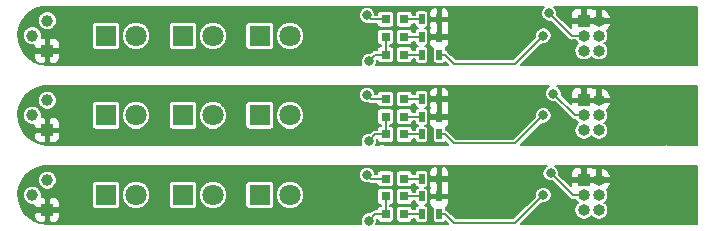
<source format=gbl>
G04 #@! TF.GenerationSoftware,KiCad,Pcbnew,(5.0.0)*
G04 #@! TF.CreationDate,2019-02-18T12:30:38-08:00*
G04 #@! TF.ProjectId,mlab100_LEDPCB_1.6,6D6C61623130305F4C45445043425F31,rev?*
G04 #@! TF.SameCoordinates,Original*
G04 #@! TF.FileFunction,Copper,L2,Bot,Signal*
G04 #@! TF.FilePolarity,Positive*
%FSLAX46Y46*%
G04 Gerber Fmt 4.6, Leading zero omitted, Abs format (unit mm)*
G04 Created by KiCad (PCBNEW (5.0.0)) date 02/18/19 12:30:38*
%MOMM*%
%LPD*%
G01*
G04 APERTURE LIST*
G04 #@! TA.AperFunction,ComponentPad*
%ADD10R,1.000000X1.000000*%
G04 #@! TD*
G04 #@! TA.AperFunction,ComponentPad*
%ADD11O,1.000000X1.000000*%
G04 #@! TD*
G04 #@! TA.AperFunction,ComponentPad*
%ADD12R,1.800000X1.800000*%
G04 #@! TD*
G04 #@! TA.AperFunction,ComponentPad*
%ADD13C,1.800000*%
G04 #@! TD*
G04 #@! TA.AperFunction,ComponentPad*
%ADD14C,1.000000*%
G04 #@! TD*
G04 #@! TA.AperFunction,SMDPad,CuDef*
%ADD15R,0.800000X0.800000*%
G04 #@! TD*
G04 #@! TA.AperFunction,SMDPad,CuDef*
%ADD16R,0.500000X0.900000*%
G04 #@! TD*
G04 #@! TA.AperFunction,ViaPad*
%ADD17C,0.800000*%
G04 #@! TD*
G04 #@! TA.AperFunction,Conductor*
%ADD18C,0.200000*%
G04 #@! TD*
G04 APERTURE END LIST*
D10*
G04 #@! TO.P,J15,1*
G04 #@! TO.N,/LEDBoard2/GND*
X48230000Y-8360000D03*
D11*
G04 #@! TO.P,J15,2*
X49500000Y-8360000D03*
G04 #@! TO.P,J15,3*
G04 #@! TO.N,/LEDBoard2/Temp1w*
X48230000Y-9630000D03*
G04 #@! TO.P,J15,4*
G04 #@! TO.N,/LEDBoard2/LED*
X49500000Y-9630000D03*
G04 #@! TO.P,J15,5*
G04 #@! TO.N,/LEDBoard2/3V3*
X48230000Y-10900000D03*
G04 #@! TO.P,J15,6*
G04 #@! TO.N,/LEDBoard2/12V*
X49500000Y-10900000D03*
G04 #@! TD*
D12*
G04 #@! TO.P,D4,1*
G04 #@! TO.N,Net-(D4-Pad1)*
X20800000Y-16380000D03*
D13*
G04 #@! TO.P,D4,2*
G04 #@! TO.N,Net-(D2-Pad1)*
X23340000Y-16380000D03*
G04 #@! TD*
D12*
G04 #@! TO.P,D1,1*
G04 #@! TO.N,Net-(D1-Pad1)*
X7800000Y-16380000D03*
D13*
G04 #@! TO.P,D1,2*
G04 #@! TO.N,/LEDBoard1/12V*
X10340000Y-16380000D03*
G04 #@! TD*
G04 #@! TO.P,D5,2*
G04 #@! TO.N,/LEDBoard2/12V*
X10340000Y-9630000D03*
D12*
G04 #@! TO.P,D5,1*
G04 #@! TO.N,Net-(D5-Pad1)*
X7800000Y-9630000D03*
G04 #@! TD*
D13*
G04 #@! TO.P,D2,2*
G04 #@! TO.N,Net-(D1-Pad1)*
X16850000Y-16380000D03*
D12*
G04 #@! TO.P,D2,1*
G04 #@! TO.N,Net-(D2-Pad1)*
X14310000Y-16380000D03*
G04 #@! TD*
D13*
G04 #@! TO.P,D8,2*
G04 #@! TO.N,Net-(D5-Pad1)*
X16850000Y-9630000D03*
D12*
G04 #@! TO.P,D8,1*
G04 #@! TO.N,Net-(D8-Pad1)*
X14310000Y-9630000D03*
G04 #@! TD*
G04 #@! TO.P,D9,1*
G04 #@! TO.N,Net-(D9-Pad1)*
X20800000Y-9630000D03*
D13*
G04 #@! TO.P,D9,2*
G04 #@! TO.N,Net-(D8-Pad1)*
X23340000Y-9630000D03*
G04 #@! TD*
G04 #@! TO.P,D10,2*
G04 #@! TO.N,/LEDBoard3/12V*
X10340000Y-2890000D03*
D12*
G04 #@! TO.P,D10,1*
G04 #@! TO.N,Net-(D10-Pad1)*
X7800000Y-2890000D03*
G04 #@! TD*
G04 #@! TO.P,D11,1*
G04 #@! TO.N,Net-(D11-Pad1)*
X14300000Y-2890000D03*
D13*
G04 #@! TO.P,D11,2*
G04 #@! TO.N,Net-(D10-Pad1)*
X16840000Y-2890000D03*
G04 #@! TD*
D12*
G04 #@! TO.P,D12,1*
G04 #@! TO.N,Net-(D12-Pad1)*
X20800000Y-2890000D03*
D13*
G04 #@! TO.P,D12,2*
G04 #@! TO.N,Net-(D11-Pad1)*
X23340000Y-2890000D03*
G04 #@! TD*
D11*
G04 #@! TO.P,J14,6*
G04 #@! TO.N,/LEDBoard1/12V*
X49500000Y-17650000D03*
G04 #@! TO.P,J14,5*
G04 #@! TO.N,/LEDBoard1/3V3*
X48230000Y-17650000D03*
G04 #@! TO.P,J14,4*
G04 #@! TO.N,/LEDBoard1/LED*
X49500000Y-16380000D03*
G04 #@! TO.P,J14,3*
G04 #@! TO.N,/LEDBoard1/Temp1w*
X48230000Y-16380000D03*
G04 #@! TO.P,J14,2*
G04 #@! TO.N,/LEDBoard1/GND*
X49500000Y-15110000D03*
D10*
G04 #@! TO.P,J14,1*
X48230000Y-15110000D03*
G04 #@! TD*
D11*
G04 #@! TO.P,J16,6*
G04 #@! TO.N,/LEDBoard3/12V*
X49500000Y-4160000D03*
G04 #@! TO.P,J16,5*
G04 #@! TO.N,/LEDBoard3/3V3*
X48230000Y-4160000D03*
G04 #@! TO.P,J16,4*
G04 #@! TO.N,/LEDBoard3/LED*
X49500000Y-2890000D03*
G04 #@! TO.P,J16,3*
G04 #@! TO.N,/LEDBoard3/Temp1w*
X48230000Y-2890000D03*
G04 #@! TO.P,J16,2*
G04 #@! TO.N,/LEDBoard3/GND*
X49500000Y-1620000D03*
D10*
G04 #@! TO.P,J16,1*
X48230000Y-1620000D03*
G04 #@! TD*
G04 #@! TO.P,U4,1*
G04 #@! TO.N,/LEDBoard1/GND*
X2820000Y-17650000D03*
D14*
G04 #@! TO.P,U4,3*
G04 #@! TO.N,/LEDBoard1/3V3*
X2820000Y-15110000D03*
G04 #@! TO.P,U4,2*
G04 #@! TO.N,/LEDBoard1/Temp1w*
X1550000Y-16380000D03*
G04 #@! TD*
G04 #@! TO.P,U5,2*
G04 #@! TO.N,/LEDBoard2/Temp1w*
X1550000Y-9630000D03*
G04 #@! TO.P,U5,3*
G04 #@! TO.N,/LEDBoard2/3V3*
X2820000Y-8360000D03*
D10*
G04 #@! TO.P,U5,1*
G04 #@! TO.N,/LEDBoard2/GND*
X2820000Y-10900000D03*
G04 #@! TD*
G04 #@! TO.P,U6,1*
G04 #@! TO.N,/LEDBoard3/GND*
X2820000Y-4160000D03*
D14*
G04 #@! TO.P,U6,3*
G04 #@! TO.N,/LEDBoard3/3V3*
X2820000Y-1620000D03*
G04 #@! TO.P,U6,2*
G04 #@! TO.N,/LEDBoard3/Temp1w*
X1550000Y-2890000D03*
G04 #@! TD*
D15*
G04 #@! TO.P,D3,2*
G04 #@! TO.N,/LEDBoard1/12V*
X31450000Y-16500000D03*
G04 #@! TO.P,D3,1*
G04 #@! TO.N,Net-(D3-Pad1)*
X33050000Y-16500000D03*
G04 #@! TD*
G04 #@! TO.P,D6,1*
G04 #@! TO.N,Net-(D6-Pad1)*
X33050000Y-15000000D03*
G04 #@! TO.P,D6,2*
G04 #@! TO.N,/LEDBoard1/3V3*
X31450000Y-15000000D03*
G04 #@! TD*
G04 #@! TO.P,D7,1*
G04 #@! TO.N,Net-(D7-Pad1)*
X33050000Y-18000000D03*
G04 #@! TO.P,D7,2*
G04 #@! TO.N,/LEDBoard1/12V*
X31450000Y-18000000D03*
G04 #@! TD*
G04 #@! TO.P,D13,1*
G04 #@! TO.N,Net-(D13-Pad1)*
X33050000Y-9750000D03*
G04 #@! TO.P,D13,2*
G04 #@! TO.N,/LEDBoard2/12V*
X31450000Y-9750000D03*
G04 #@! TD*
G04 #@! TO.P,D14,1*
G04 #@! TO.N,Net-(D14-Pad1)*
X33050000Y-8250000D03*
G04 #@! TO.P,D14,2*
G04 #@! TO.N,/LEDBoard2/3V3*
X31450000Y-8250000D03*
G04 #@! TD*
G04 #@! TO.P,D15,2*
G04 #@! TO.N,/LEDBoard2/12V*
X31450000Y-11250000D03*
G04 #@! TO.P,D15,1*
G04 #@! TO.N,Net-(D15-Pad1)*
X33050000Y-11250000D03*
G04 #@! TD*
G04 #@! TO.P,D16,2*
G04 #@! TO.N,/LEDBoard3/12V*
X31450000Y-3000000D03*
G04 #@! TO.P,D16,1*
G04 #@! TO.N,Net-(D16-Pad1)*
X33050000Y-3000000D03*
G04 #@! TD*
G04 #@! TO.P,D17,1*
G04 #@! TO.N,Net-(D17-Pad1)*
X33050000Y-1500000D03*
G04 #@! TO.P,D17,2*
G04 #@! TO.N,/LEDBoard3/3V3*
X31450000Y-1500000D03*
G04 #@! TD*
G04 #@! TO.P,D18,1*
G04 #@! TO.N,Net-(D18-Pad1)*
X33050000Y-4500000D03*
G04 #@! TO.P,D18,2*
G04 #@! TO.N,/LEDBoard3/12V*
X31450000Y-4500000D03*
G04 #@! TD*
D16*
G04 #@! TO.P,R4,1*
G04 #@! TO.N,Net-(D3-Pad1)*
X34500000Y-16500000D03*
G04 #@! TO.P,R4,2*
G04 #@! TO.N,/LEDBoard1/GND*
X36000000Y-16500000D03*
G04 #@! TD*
G04 #@! TO.P,R5,2*
G04 #@! TO.N,/LEDBoard1/GND*
X36000000Y-15000000D03*
G04 #@! TO.P,R5,1*
G04 #@! TO.N,Net-(D6-Pad1)*
X34500000Y-15000000D03*
G04 #@! TD*
G04 #@! TO.P,R6,2*
G04 #@! TO.N,/LEDBoard1/LED*
X36000000Y-18000000D03*
G04 #@! TO.P,R6,1*
G04 #@! TO.N,Net-(D7-Pad1)*
X34500000Y-18000000D03*
G04 #@! TD*
G04 #@! TO.P,R7,1*
G04 #@! TO.N,Net-(D13-Pad1)*
X34500000Y-9750000D03*
G04 #@! TO.P,R7,2*
G04 #@! TO.N,/LEDBoard2/GND*
X36000000Y-9750000D03*
G04 #@! TD*
G04 #@! TO.P,R8,2*
G04 #@! TO.N,/LEDBoard2/GND*
X36000000Y-8250000D03*
G04 #@! TO.P,R8,1*
G04 #@! TO.N,Net-(D14-Pad1)*
X34500000Y-8250000D03*
G04 #@! TD*
G04 #@! TO.P,R9,2*
G04 #@! TO.N,/LEDBoard2/LED*
X36000000Y-11250000D03*
G04 #@! TO.P,R9,1*
G04 #@! TO.N,Net-(D15-Pad1)*
X34500000Y-11250000D03*
G04 #@! TD*
G04 #@! TO.P,R10,1*
G04 #@! TO.N,Net-(D16-Pad1)*
X34500000Y-3000000D03*
G04 #@! TO.P,R10,2*
G04 #@! TO.N,/LEDBoard3/GND*
X36000000Y-3000000D03*
G04 #@! TD*
G04 #@! TO.P,R11,2*
G04 #@! TO.N,/LEDBoard3/GND*
X36000000Y-1500000D03*
G04 #@! TO.P,R11,1*
G04 #@! TO.N,Net-(D17-Pad1)*
X34500000Y-1500000D03*
G04 #@! TD*
G04 #@! TO.P,R12,2*
G04 #@! TO.N,/LEDBoard3/LED*
X36000000Y-4500000D03*
G04 #@! TO.P,R12,1*
G04 #@! TO.N,Net-(D18-Pad1)*
X34500000Y-4500000D03*
G04 #@! TD*
D17*
G04 #@! TO.N,/LEDBoard1/12V*
X30040000Y-18555000D03*
G04 #@! TO.N,/LEDBoard2/12V*
X30040000Y-11805000D03*
G04 #@! TO.N,/LEDBoard3/12V*
X30040000Y-5055000D03*
G04 #@! TO.N,/LEDBoard1/LED*
X44820000Y-16380000D03*
G04 #@! TO.N,/LEDBoard1/GND*
X38260000Y-15450000D03*
X38270000Y-17450000D03*
X25120000Y-17700000D03*
X25940000Y-15280000D03*
G04 #@! TO.N,/LEDBoard2/GND*
X38100000Y-8700000D03*
X38200000Y-10770000D03*
X25580000Y-10950000D03*
X25960000Y-8530000D03*
G04 #@! TO.N,/LEDBoard2/LED*
X44820000Y-9630000D03*
G04 #@! TO.N,/LEDBoard3/LED*
X44820000Y-2890000D03*
G04 #@! TO.N,/LEDBoard3/GND*
X25950000Y-1790000D03*
X38170000Y-3990000D03*
X38200000Y-1910000D03*
X25430000Y-4160000D03*
G04 #@! TO.N,/LEDBoard1/3V3*
X29870000Y-14670000D03*
G04 #@! TO.N,/LEDBoard2/3V3*
X29870000Y-7920000D03*
G04 #@! TO.N,/LEDBoard3/3V3*
X29870000Y-1170000D03*
G04 #@! TO.N,/LEDBoard1/Temp1w*
X45440000Y-14529998D03*
G04 #@! TO.N,/LEDBoard2/Temp1w*
X45650000Y-7779998D03*
G04 #@! TO.N,/LEDBoard3/Temp1w*
X45310000Y-990000D03*
G04 #@! TD*
D18*
G04 #@! TO.N,/LEDBoard1/12V*
X31450000Y-18000000D02*
X31450000Y-16500000D01*
X31450000Y-18000000D02*
X30595000Y-18000000D01*
X30595000Y-18000000D02*
X30040000Y-18555000D01*
G04 #@! TO.N,/LEDBoard2/12V*
X31450000Y-11250000D02*
X30595000Y-11250000D01*
X30595000Y-11250000D02*
X30040000Y-11805000D01*
X31450000Y-11250000D02*
X31450000Y-9750000D01*
G04 #@! TO.N,/LEDBoard3/12V*
X30595000Y-4500000D02*
X30040000Y-5055000D01*
X31450000Y-4500000D02*
X30595000Y-4500000D01*
X31450000Y-4500000D02*
X31450000Y-3000000D01*
G04 #@! TO.N,/LEDBoard1/LED*
X36450000Y-18000000D02*
X37210000Y-18760000D01*
X36000000Y-18000000D02*
X36450000Y-18000000D01*
X37210000Y-18760000D02*
X42440000Y-18760000D01*
X42440000Y-18760000D02*
X44820000Y-16380000D01*
G04 #@! TO.N,/LEDBoard2/LED*
X36450000Y-11250000D02*
X37210000Y-12010000D01*
X36000000Y-11250000D02*
X36450000Y-11250000D01*
G04 #@! TO.N,/LEDBoard3/LED*
X36000000Y-4500000D02*
X36450000Y-4500000D01*
X36450000Y-4500000D02*
X37210000Y-5260000D01*
G04 #@! TO.N,/LEDBoard2/LED*
X37210000Y-12010000D02*
X42440000Y-12010000D01*
X42440000Y-12010000D02*
X44820000Y-9630000D01*
G04 #@! TO.N,/LEDBoard3/LED*
X37210000Y-5260000D02*
X42450000Y-5260000D01*
X42450000Y-5260000D02*
X44820000Y-2890000D01*
G04 #@! TO.N,/LEDBoard1/3V3*
X31450000Y-15000000D02*
X30200000Y-15000000D01*
X30200000Y-15000000D02*
X29870000Y-14670000D01*
G04 #@! TO.N,/LEDBoard2/3V3*
X31450000Y-8250000D02*
X30200000Y-8250000D01*
X30200000Y-8250000D02*
X29870000Y-7920000D01*
G04 #@! TO.N,/LEDBoard3/3V3*
X31450000Y-1500000D02*
X30200000Y-1500000D01*
X30200000Y-1500000D02*
X29870000Y-1170000D01*
G04 #@! TO.N,/LEDBoard1/Temp1w*
X47290002Y-16380000D02*
X48230000Y-16380000D01*
X45440000Y-14529998D02*
X47290002Y-16380000D01*
G04 #@! TO.N,/LEDBoard2/Temp1w*
X47500002Y-9630000D02*
X48230000Y-9630000D01*
X45650000Y-7779998D02*
X47500002Y-9630000D01*
G04 #@! TO.N,/LEDBoard3/Temp1w*
X47210000Y-2890000D02*
X48230000Y-2890000D01*
X45310000Y-990000D02*
X47210000Y-2890000D01*
G04 #@! TO.N,Net-(D3-Pad1)*
X33050000Y-16500000D02*
X34500000Y-16500000D01*
G04 #@! TO.N,Net-(D13-Pad1)*
X33050000Y-9750000D02*
X34500000Y-9750000D01*
G04 #@! TO.N,Net-(D16-Pad1)*
X33050000Y-3000000D02*
X34500000Y-3000000D01*
G04 #@! TO.N,Net-(D6-Pad1)*
X34500000Y-15000000D02*
X33050000Y-15000000D01*
G04 #@! TO.N,Net-(D14-Pad1)*
X34500000Y-8250000D02*
X33050000Y-8250000D01*
G04 #@! TO.N,Net-(D17-Pad1)*
X34500000Y-1500000D02*
X33050000Y-1500000D01*
G04 #@! TO.N,Net-(D7-Pad1)*
X34500000Y-18000000D02*
X33050000Y-18000000D01*
G04 #@! TO.N,Net-(D15-Pad1)*
X34500000Y-11250000D02*
X33050000Y-11250000D01*
G04 #@! TO.N,Net-(D18-Pad1)*
X34500000Y-4500000D02*
X33050000Y-4500000D01*
G04 #@! TD*
G04 #@! TO.N,/LEDBoard3/GND*
G36*
X44716568Y-593482D02*
X44610000Y-850761D01*
X44610000Y-1129239D01*
X44716568Y-1386518D01*
X44913482Y-1583432D01*
X45170761Y-1690000D01*
X45444316Y-1690000D01*
X46899299Y-3144984D01*
X46921616Y-3178384D01*
X47053928Y-3266791D01*
X47210000Y-3297836D01*
X47249394Y-3290000D01*
X47535121Y-3290000D01*
X47653233Y-3466767D01*
X47740385Y-3525000D01*
X47653233Y-3583233D01*
X47476417Y-3847856D01*
X47414328Y-4160000D01*
X47476417Y-4472144D01*
X47653233Y-4736767D01*
X47917856Y-4913583D01*
X48151211Y-4960000D01*
X48308789Y-4960000D01*
X48542144Y-4913583D01*
X48806767Y-4736767D01*
X48865000Y-4649615D01*
X48923233Y-4736767D01*
X49187856Y-4913583D01*
X49421211Y-4960000D01*
X49578789Y-4960000D01*
X49812144Y-4913583D01*
X50076767Y-4736767D01*
X50253583Y-4472144D01*
X50315672Y-4160000D01*
X50253583Y-3847856D01*
X50076767Y-3583233D01*
X49989615Y-3525000D01*
X50076767Y-3466767D01*
X50253583Y-3202144D01*
X50315672Y-2890000D01*
X50253583Y-2577856D01*
X50190128Y-2482889D01*
X50204623Y-2475104D01*
X50478221Y-2140366D01*
X50559646Y-1943751D01*
X50443515Y-1774000D01*
X49654000Y-1774000D01*
X49654000Y-1794000D01*
X49346000Y-1794000D01*
X49346000Y-1774000D01*
X48384000Y-1774000D01*
X48384000Y-1794000D01*
X48076000Y-1794000D01*
X48076000Y-1774000D01*
X47274000Y-1774000D01*
X47122000Y-1926000D01*
X47122000Y-2236315D01*
X46010000Y-1124316D01*
X46010000Y-999062D01*
X47122000Y-999062D01*
X47122000Y-1314000D01*
X47274000Y-1466000D01*
X48076000Y-1466000D01*
X48076000Y-664000D01*
X48384000Y-664000D01*
X48384000Y-1466000D01*
X49346000Y-1466000D01*
X49346000Y-674739D01*
X49654000Y-674739D01*
X49654000Y-1466000D01*
X50443515Y-1466000D01*
X50559646Y-1296249D01*
X50478221Y-1099634D01*
X50204623Y-764896D01*
X49823753Y-560339D01*
X49654000Y-674739D01*
X49346000Y-674739D01*
X49176247Y-560339D01*
X49081219Y-611377D01*
X49074405Y-604563D01*
X48850939Y-512000D01*
X48536000Y-512000D01*
X48384000Y-664000D01*
X48076000Y-664000D01*
X47924000Y-512000D01*
X47609061Y-512000D01*
X47385595Y-604563D01*
X47214562Y-775596D01*
X47122000Y-999062D01*
X46010000Y-999062D01*
X46010000Y-850761D01*
X45903432Y-593482D01*
X45724950Y-415000D01*
X57820001Y-415000D01*
X57820000Y-5370000D01*
X56309667Y-5370000D01*
X56220000Y-5352164D01*
X56070715Y-5381859D01*
X55402818Y-5397761D01*
X55366072Y-5373209D01*
X55210000Y-5342164D01*
X55070061Y-5370000D01*
X42905684Y-5370000D01*
X44685686Y-3590000D01*
X44959239Y-3590000D01*
X45216518Y-3483432D01*
X45413432Y-3286518D01*
X45520000Y-3029239D01*
X45520000Y-2750761D01*
X45413432Y-2493482D01*
X45216518Y-2296568D01*
X44959239Y-2190000D01*
X44680761Y-2190000D01*
X44423482Y-2296568D01*
X44226568Y-2493482D01*
X44120000Y-2750761D01*
X44120000Y-3024314D01*
X42284316Y-4860000D01*
X37375686Y-4860000D01*
X36760702Y-4245018D01*
X36738384Y-4211616D01*
X36606072Y-4123209D01*
X36555877Y-4113224D01*
X36555877Y-4050000D01*
X36543269Y-3986618D01*
X36594405Y-3965437D01*
X36765438Y-3794404D01*
X36858000Y-3570938D01*
X36858000Y-3306000D01*
X36706000Y-3154000D01*
X36125000Y-3154000D01*
X36125000Y-3174000D01*
X35875000Y-3174000D01*
X35875000Y-3154000D01*
X35294000Y-3154000D01*
X35142000Y-3306000D01*
X35142000Y-3570938D01*
X35234562Y-3794404D01*
X35405595Y-3965437D01*
X35456731Y-3986618D01*
X35444123Y-4050000D01*
X35444123Y-4950000D01*
X35467407Y-5067054D01*
X35533712Y-5166288D01*
X35632946Y-5232593D01*
X35750000Y-5255877D01*
X36250000Y-5255877D01*
X36367054Y-5232593D01*
X36466288Y-5166288D01*
X36500060Y-5115744D01*
X36754314Y-5370000D01*
X31509667Y-5370000D01*
X31420000Y-5352164D01*
X31373460Y-5361422D01*
X31366058Y-5356727D01*
X31327620Y-5350028D01*
X30668975Y-5365710D01*
X30740000Y-5194239D01*
X30740000Y-4920685D01*
X30746871Y-4913814D01*
X30767407Y-5017054D01*
X30833712Y-5116288D01*
X30932946Y-5182593D01*
X31050000Y-5205877D01*
X31850000Y-5205877D01*
X31967054Y-5182593D01*
X32066288Y-5116288D01*
X32132593Y-5017054D01*
X32155877Y-4900000D01*
X32155877Y-4100000D01*
X32132593Y-3982946D01*
X32066288Y-3883712D01*
X31967054Y-3817407D01*
X31850000Y-3794123D01*
X31850000Y-3705877D01*
X31967054Y-3682593D01*
X32066288Y-3616288D01*
X32132593Y-3517054D01*
X32155877Y-3400000D01*
X32155877Y-2600000D01*
X32132593Y-2482946D01*
X32066288Y-2383712D01*
X31967054Y-2317407D01*
X31850000Y-2294123D01*
X31050000Y-2294123D01*
X30932946Y-2317407D01*
X30833712Y-2383712D01*
X30767407Y-2482946D01*
X30744123Y-2600000D01*
X30744123Y-3400000D01*
X30767407Y-3517054D01*
X30833712Y-3616288D01*
X30932946Y-3682593D01*
X31050000Y-3705877D01*
X31050001Y-3705877D01*
X31050000Y-3794123D01*
X30932946Y-3817407D01*
X30833712Y-3883712D01*
X30767407Y-3982946D01*
X30744123Y-4100000D01*
X30634394Y-4100000D01*
X30595000Y-4092164D01*
X30555606Y-4100000D01*
X30438928Y-4123209D01*
X30306616Y-4211616D01*
X30284299Y-4245016D01*
X30174315Y-4355000D01*
X29900761Y-4355000D01*
X29643482Y-4461568D01*
X29446568Y-4658482D01*
X29340000Y-4915761D01*
X29340000Y-5194239D01*
X29412802Y-5370000D01*
X5019939Y-5370000D01*
X4880000Y-5342164D01*
X4805811Y-5356921D01*
X4801902Y-5356240D01*
X4042696Y-5374316D01*
X4026072Y-5363209D01*
X3870000Y-5332164D01*
X3713929Y-5363209D01*
X3703765Y-5370000D01*
X2879155Y-5370000D01*
X2866322Y-5367691D01*
X2251250Y-5295980D01*
X1713012Y-5100610D01*
X1234148Y-4786654D01*
X930391Y-4466000D01*
X1712000Y-4466000D01*
X1712000Y-4780938D01*
X1804562Y-5004404D01*
X1975595Y-5175437D01*
X2199061Y-5268000D01*
X2514000Y-5268000D01*
X2666000Y-5116000D01*
X2666000Y-4314000D01*
X2974000Y-4314000D01*
X2974000Y-5116000D01*
X3126000Y-5268000D01*
X3440939Y-5268000D01*
X3664405Y-5175437D01*
X3835438Y-5004404D01*
X3928000Y-4780938D01*
X3928000Y-4466000D01*
X3776000Y-4314000D01*
X2974000Y-4314000D01*
X2666000Y-4314000D01*
X1864000Y-4314000D01*
X1712000Y-4466000D01*
X930391Y-4466000D01*
X840357Y-4370958D01*
X552761Y-3875826D01*
X386782Y-3327804D01*
X351327Y-2756301D01*
X355696Y-2730870D01*
X750000Y-2730870D01*
X750000Y-3049130D01*
X871793Y-3343164D01*
X1096836Y-3568207D01*
X1390870Y-3690000D01*
X1709130Y-3690000D01*
X1712000Y-3688811D01*
X1712000Y-3854000D01*
X1864000Y-4006000D01*
X2666000Y-4006000D01*
X2666000Y-3204000D01*
X2974000Y-3204000D01*
X2974000Y-4006000D01*
X3776000Y-4006000D01*
X3928000Y-3854000D01*
X3928000Y-3539062D01*
X3835438Y-3315596D01*
X3664405Y-3144563D01*
X3440939Y-3052000D01*
X3126000Y-3052000D01*
X2974000Y-3204000D01*
X2666000Y-3204000D01*
X2514000Y-3052000D01*
X2348811Y-3052000D01*
X2350000Y-3049130D01*
X2350000Y-2730870D01*
X2228207Y-2436836D01*
X2003164Y-2211793D01*
X1709130Y-2090000D01*
X1390870Y-2090000D01*
X1096836Y-2211793D01*
X871793Y-2436836D01*
X750000Y-2730870D01*
X355696Y-2730870D01*
X448296Y-2191971D01*
X672490Y-1665082D01*
X822773Y-1460870D01*
X2020000Y-1460870D01*
X2020000Y-1779130D01*
X2141793Y-2073164D01*
X2366836Y-2298207D01*
X2660870Y-2420000D01*
X2979130Y-2420000D01*
X3273164Y-2298207D01*
X3498207Y-2073164D01*
X3532654Y-1990000D01*
X6594123Y-1990000D01*
X6594123Y-3790000D01*
X6617407Y-3907054D01*
X6683712Y-4006288D01*
X6782946Y-4072593D01*
X6900000Y-4095877D01*
X8700000Y-4095877D01*
X8817054Y-4072593D01*
X8916288Y-4006288D01*
X8982593Y-3907054D01*
X9005877Y-3790000D01*
X9005877Y-2651305D01*
X9140000Y-2651305D01*
X9140000Y-3128695D01*
X9322689Y-3569745D01*
X9660255Y-3907311D01*
X10101305Y-4090000D01*
X10578695Y-4090000D01*
X11019745Y-3907311D01*
X11357311Y-3569745D01*
X11540000Y-3128695D01*
X11540000Y-2651305D01*
X11357311Y-2210255D01*
X11137056Y-1990000D01*
X13094123Y-1990000D01*
X13094123Y-3790000D01*
X13117407Y-3907054D01*
X13183712Y-4006288D01*
X13282946Y-4072593D01*
X13400000Y-4095877D01*
X15200000Y-4095877D01*
X15317054Y-4072593D01*
X15416288Y-4006288D01*
X15482593Y-3907054D01*
X15505877Y-3790000D01*
X15505877Y-2651305D01*
X15640000Y-2651305D01*
X15640000Y-3128695D01*
X15822689Y-3569745D01*
X16160255Y-3907311D01*
X16601305Y-4090000D01*
X17078695Y-4090000D01*
X17519745Y-3907311D01*
X17857311Y-3569745D01*
X18040000Y-3128695D01*
X18040000Y-2651305D01*
X17857311Y-2210255D01*
X17637056Y-1990000D01*
X19594123Y-1990000D01*
X19594123Y-3790000D01*
X19617407Y-3907054D01*
X19683712Y-4006288D01*
X19782946Y-4072593D01*
X19900000Y-4095877D01*
X21700000Y-4095877D01*
X21817054Y-4072593D01*
X21916288Y-4006288D01*
X21982593Y-3907054D01*
X22005877Y-3790000D01*
X22005877Y-2651305D01*
X22140000Y-2651305D01*
X22140000Y-3128695D01*
X22322689Y-3569745D01*
X22660255Y-3907311D01*
X23101305Y-4090000D01*
X23578695Y-4090000D01*
X24019745Y-3907311D01*
X24357311Y-3569745D01*
X24540000Y-3128695D01*
X24540000Y-2651305D01*
X24357311Y-2210255D01*
X24019745Y-1872689D01*
X23578695Y-1690000D01*
X23101305Y-1690000D01*
X22660255Y-1872689D01*
X22322689Y-2210255D01*
X22140000Y-2651305D01*
X22005877Y-2651305D01*
X22005877Y-1990000D01*
X21982593Y-1872946D01*
X21916288Y-1773712D01*
X21817054Y-1707407D01*
X21700000Y-1684123D01*
X19900000Y-1684123D01*
X19782946Y-1707407D01*
X19683712Y-1773712D01*
X19617407Y-1872946D01*
X19594123Y-1990000D01*
X17637056Y-1990000D01*
X17519745Y-1872689D01*
X17078695Y-1690000D01*
X16601305Y-1690000D01*
X16160255Y-1872689D01*
X15822689Y-2210255D01*
X15640000Y-2651305D01*
X15505877Y-2651305D01*
X15505877Y-1990000D01*
X15482593Y-1872946D01*
X15416288Y-1773712D01*
X15317054Y-1707407D01*
X15200000Y-1684123D01*
X13400000Y-1684123D01*
X13282946Y-1707407D01*
X13183712Y-1773712D01*
X13117407Y-1872946D01*
X13094123Y-1990000D01*
X11137056Y-1990000D01*
X11019745Y-1872689D01*
X10578695Y-1690000D01*
X10101305Y-1690000D01*
X9660255Y-1872689D01*
X9322689Y-2210255D01*
X9140000Y-2651305D01*
X9005877Y-2651305D01*
X9005877Y-1990000D01*
X8982593Y-1872946D01*
X8916288Y-1773712D01*
X8817054Y-1707407D01*
X8700000Y-1684123D01*
X6900000Y-1684123D01*
X6782946Y-1707407D01*
X6683712Y-1773712D01*
X6617407Y-1872946D01*
X6594123Y-1990000D01*
X3532654Y-1990000D01*
X3620000Y-1779130D01*
X3620000Y-1460870D01*
X3498207Y-1166836D01*
X3362132Y-1030761D01*
X29170000Y-1030761D01*
X29170000Y-1309239D01*
X29276568Y-1566518D01*
X29473482Y-1763432D01*
X29730761Y-1870000D01*
X30009239Y-1870000D01*
X30024379Y-1863729D01*
X30043928Y-1876791D01*
X30160606Y-1900000D01*
X30199999Y-1907836D01*
X30239392Y-1900000D01*
X30744123Y-1900000D01*
X30767407Y-2017054D01*
X30833712Y-2116288D01*
X30932946Y-2182593D01*
X31050000Y-2205877D01*
X31850000Y-2205877D01*
X31967054Y-2182593D01*
X32066288Y-2116288D01*
X32132593Y-2017054D01*
X32155877Y-1900000D01*
X32155877Y-1100000D01*
X32344123Y-1100000D01*
X32344123Y-1900000D01*
X32367407Y-2017054D01*
X32433712Y-2116288D01*
X32532946Y-2182593D01*
X32650000Y-2205877D01*
X33450000Y-2205877D01*
X33567054Y-2182593D01*
X33666288Y-2116288D01*
X33732593Y-2017054D01*
X33755877Y-1900000D01*
X33944123Y-1900000D01*
X33944123Y-1950000D01*
X33967407Y-2067054D01*
X34033712Y-2166288D01*
X34132946Y-2232593D01*
X34220455Y-2250000D01*
X34132946Y-2267407D01*
X34033712Y-2333712D01*
X33967407Y-2432946D01*
X33944123Y-2550000D01*
X33944123Y-2600000D01*
X33755877Y-2600000D01*
X33732593Y-2482946D01*
X33666288Y-2383712D01*
X33567054Y-2317407D01*
X33450000Y-2294123D01*
X32650000Y-2294123D01*
X32532946Y-2317407D01*
X32433712Y-2383712D01*
X32367407Y-2482946D01*
X32344123Y-2600000D01*
X32344123Y-3400000D01*
X32367407Y-3517054D01*
X32433712Y-3616288D01*
X32532946Y-3682593D01*
X32650000Y-3705877D01*
X33450000Y-3705877D01*
X33567054Y-3682593D01*
X33666288Y-3616288D01*
X33732593Y-3517054D01*
X33755877Y-3400000D01*
X33944123Y-3400000D01*
X33944123Y-3450000D01*
X33967407Y-3567054D01*
X34033712Y-3666288D01*
X34132946Y-3732593D01*
X34220455Y-3750000D01*
X34132946Y-3767407D01*
X34033712Y-3833712D01*
X33967407Y-3932946D01*
X33944123Y-4050000D01*
X33944123Y-4100000D01*
X33755877Y-4100000D01*
X33732593Y-3982946D01*
X33666288Y-3883712D01*
X33567054Y-3817407D01*
X33450000Y-3794123D01*
X32650000Y-3794123D01*
X32532946Y-3817407D01*
X32433712Y-3883712D01*
X32367407Y-3982946D01*
X32344123Y-4100000D01*
X32344123Y-4900000D01*
X32367407Y-5017054D01*
X32433712Y-5116288D01*
X32532946Y-5182593D01*
X32650000Y-5205877D01*
X33450000Y-5205877D01*
X33567054Y-5182593D01*
X33666288Y-5116288D01*
X33732593Y-5017054D01*
X33755877Y-4900000D01*
X33944123Y-4900000D01*
X33944123Y-4950000D01*
X33967407Y-5067054D01*
X34033712Y-5166288D01*
X34132946Y-5232593D01*
X34250000Y-5255877D01*
X34750000Y-5255877D01*
X34867054Y-5232593D01*
X34966288Y-5166288D01*
X35032593Y-5067054D01*
X35055877Y-4950000D01*
X35055877Y-4050000D01*
X35032593Y-3932946D01*
X34966288Y-3833712D01*
X34867054Y-3767407D01*
X34779545Y-3750000D01*
X34867054Y-3732593D01*
X34966288Y-3666288D01*
X35032593Y-3567054D01*
X35055877Y-3450000D01*
X35055877Y-2550000D01*
X35032593Y-2432946D01*
X34966288Y-2333712D01*
X34867054Y-2267407D01*
X34779545Y-2250000D01*
X34867054Y-2232593D01*
X34966288Y-2166288D01*
X35032593Y-2067054D01*
X35055877Y-1950000D01*
X35055877Y-1806000D01*
X35142000Y-1806000D01*
X35142000Y-2070938D01*
X35216169Y-2250000D01*
X35142000Y-2429062D01*
X35142000Y-2694000D01*
X35294000Y-2846000D01*
X35875000Y-2846000D01*
X35875000Y-1654000D01*
X36125000Y-1654000D01*
X36125000Y-2846000D01*
X36706000Y-2846000D01*
X36858000Y-2694000D01*
X36858000Y-2429062D01*
X36783831Y-2250000D01*
X36858000Y-2070938D01*
X36858000Y-1806000D01*
X36706000Y-1654000D01*
X36125000Y-1654000D01*
X35875000Y-1654000D01*
X35294000Y-1654000D01*
X35142000Y-1806000D01*
X35055877Y-1806000D01*
X35055877Y-1050000D01*
X35032593Y-932946D01*
X35029998Y-929062D01*
X35142000Y-929062D01*
X35142000Y-1194000D01*
X35294000Y-1346000D01*
X35875000Y-1346000D01*
X35875000Y-594000D01*
X36125000Y-594000D01*
X36125000Y-1346000D01*
X36706000Y-1346000D01*
X36858000Y-1194000D01*
X36858000Y-929062D01*
X36765438Y-705596D01*
X36594405Y-534563D01*
X36370939Y-442000D01*
X36277000Y-442000D01*
X36125000Y-594000D01*
X35875000Y-594000D01*
X35723000Y-442000D01*
X35629061Y-442000D01*
X35405595Y-534563D01*
X35234562Y-705596D01*
X35142000Y-929062D01*
X35029998Y-929062D01*
X34966288Y-833712D01*
X34867054Y-767407D01*
X34750000Y-744123D01*
X34250000Y-744123D01*
X34132946Y-767407D01*
X34033712Y-833712D01*
X33967407Y-932946D01*
X33944123Y-1050000D01*
X33944123Y-1100000D01*
X33755877Y-1100000D01*
X33732593Y-982946D01*
X33666288Y-883712D01*
X33567054Y-817407D01*
X33450000Y-794123D01*
X32650000Y-794123D01*
X32532946Y-817407D01*
X32433712Y-883712D01*
X32367407Y-982946D01*
X32344123Y-1100000D01*
X32155877Y-1100000D01*
X32132593Y-982946D01*
X32066288Y-883712D01*
X31967054Y-817407D01*
X31850000Y-794123D01*
X31050000Y-794123D01*
X30932946Y-817407D01*
X30833712Y-883712D01*
X30767407Y-982946D01*
X30744123Y-1100000D01*
X30570000Y-1100000D01*
X30570000Y-1030761D01*
X30463432Y-773482D01*
X30266518Y-576568D01*
X30009239Y-470000D01*
X29730761Y-470000D01*
X29473482Y-576568D01*
X29276568Y-773482D01*
X29170000Y-1030761D01*
X3362132Y-1030761D01*
X3273164Y-941793D01*
X2979130Y-820000D01*
X2660870Y-820000D01*
X2366836Y-941793D01*
X2141793Y-1166836D01*
X2020000Y-1460870D01*
X822773Y-1460870D01*
X1011882Y-1203901D01*
X1448262Y-833168D01*
X1958228Y-572767D01*
X2525047Y-434067D01*
X2832389Y-415000D01*
X44895050Y-415000D01*
X44716568Y-593482D01*
X44716568Y-593482D01*
G37*
X44716568Y-593482D02*
X44610000Y-850761D01*
X44610000Y-1129239D01*
X44716568Y-1386518D01*
X44913482Y-1583432D01*
X45170761Y-1690000D01*
X45444316Y-1690000D01*
X46899299Y-3144984D01*
X46921616Y-3178384D01*
X47053928Y-3266791D01*
X47210000Y-3297836D01*
X47249394Y-3290000D01*
X47535121Y-3290000D01*
X47653233Y-3466767D01*
X47740385Y-3525000D01*
X47653233Y-3583233D01*
X47476417Y-3847856D01*
X47414328Y-4160000D01*
X47476417Y-4472144D01*
X47653233Y-4736767D01*
X47917856Y-4913583D01*
X48151211Y-4960000D01*
X48308789Y-4960000D01*
X48542144Y-4913583D01*
X48806767Y-4736767D01*
X48865000Y-4649615D01*
X48923233Y-4736767D01*
X49187856Y-4913583D01*
X49421211Y-4960000D01*
X49578789Y-4960000D01*
X49812144Y-4913583D01*
X50076767Y-4736767D01*
X50253583Y-4472144D01*
X50315672Y-4160000D01*
X50253583Y-3847856D01*
X50076767Y-3583233D01*
X49989615Y-3525000D01*
X50076767Y-3466767D01*
X50253583Y-3202144D01*
X50315672Y-2890000D01*
X50253583Y-2577856D01*
X50190128Y-2482889D01*
X50204623Y-2475104D01*
X50478221Y-2140366D01*
X50559646Y-1943751D01*
X50443515Y-1774000D01*
X49654000Y-1774000D01*
X49654000Y-1794000D01*
X49346000Y-1794000D01*
X49346000Y-1774000D01*
X48384000Y-1774000D01*
X48384000Y-1794000D01*
X48076000Y-1794000D01*
X48076000Y-1774000D01*
X47274000Y-1774000D01*
X47122000Y-1926000D01*
X47122000Y-2236315D01*
X46010000Y-1124316D01*
X46010000Y-999062D01*
X47122000Y-999062D01*
X47122000Y-1314000D01*
X47274000Y-1466000D01*
X48076000Y-1466000D01*
X48076000Y-664000D01*
X48384000Y-664000D01*
X48384000Y-1466000D01*
X49346000Y-1466000D01*
X49346000Y-674739D01*
X49654000Y-674739D01*
X49654000Y-1466000D01*
X50443515Y-1466000D01*
X50559646Y-1296249D01*
X50478221Y-1099634D01*
X50204623Y-764896D01*
X49823753Y-560339D01*
X49654000Y-674739D01*
X49346000Y-674739D01*
X49176247Y-560339D01*
X49081219Y-611377D01*
X49074405Y-604563D01*
X48850939Y-512000D01*
X48536000Y-512000D01*
X48384000Y-664000D01*
X48076000Y-664000D01*
X47924000Y-512000D01*
X47609061Y-512000D01*
X47385595Y-604563D01*
X47214562Y-775596D01*
X47122000Y-999062D01*
X46010000Y-999062D01*
X46010000Y-850761D01*
X45903432Y-593482D01*
X45724950Y-415000D01*
X57820001Y-415000D01*
X57820000Y-5370000D01*
X56309667Y-5370000D01*
X56220000Y-5352164D01*
X56070715Y-5381859D01*
X55402818Y-5397761D01*
X55366072Y-5373209D01*
X55210000Y-5342164D01*
X55070061Y-5370000D01*
X42905684Y-5370000D01*
X44685686Y-3590000D01*
X44959239Y-3590000D01*
X45216518Y-3483432D01*
X45413432Y-3286518D01*
X45520000Y-3029239D01*
X45520000Y-2750761D01*
X45413432Y-2493482D01*
X45216518Y-2296568D01*
X44959239Y-2190000D01*
X44680761Y-2190000D01*
X44423482Y-2296568D01*
X44226568Y-2493482D01*
X44120000Y-2750761D01*
X44120000Y-3024314D01*
X42284316Y-4860000D01*
X37375686Y-4860000D01*
X36760702Y-4245018D01*
X36738384Y-4211616D01*
X36606072Y-4123209D01*
X36555877Y-4113224D01*
X36555877Y-4050000D01*
X36543269Y-3986618D01*
X36594405Y-3965437D01*
X36765438Y-3794404D01*
X36858000Y-3570938D01*
X36858000Y-3306000D01*
X36706000Y-3154000D01*
X36125000Y-3154000D01*
X36125000Y-3174000D01*
X35875000Y-3174000D01*
X35875000Y-3154000D01*
X35294000Y-3154000D01*
X35142000Y-3306000D01*
X35142000Y-3570938D01*
X35234562Y-3794404D01*
X35405595Y-3965437D01*
X35456731Y-3986618D01*
X35444123Y-4050000D01*
X35444123Y-4950000D01*
X35467407Y-5067054D01*
X35533712Y-5166288D01*
X35632946Y-5232593D01*
X35750000Y-5255877D01*
X36250000Y-5255877D01*
X36367054Y-5232593D01*
X36466288Y-5166288D01*
X36500060Y-5115744D01*
X36754314Y-5370000D01*
X31509667Y-5370000D01*
X31420000Y-5352164D01*
X31373460Y-5361422D01*
X31366058Y-5356727D01*
X31327620Y-5350028D01*
X30668975Y-5365710D01*
X30740000Y-5194239D01*
X30740000Y-4920685D01*
X30746871Y-4913814D01*
X30767407Y-5017054D01*
X30833712Y-5116288D01*
X30932946Y-5182593D01*
X31050000Y-5205877D01*
X31850000Y-5205877D01*
X31967054Y-5182593D01*
X32066288Y-5116288D01*
X32132593Y-5017054D01*
X32155877Y-4900000D01*
X32155877Y-4100000D01*
X32132593Y-3982946D01*
X32066288Y-3883712D01*
X31967054Y-3817407D01*
X31850000Y-3794123D01*
X31850000Y-3705877D01*
X31967054Y-3682593D01*
X32066288Y-3616288D01*
X32132593Y-3517054D01*
X32155877Y-3400000D01*
X32155877Y-2600000D01*
X32132593Y-2482946D01*
X32066288Y-2383712D01*
X31967054Y-2317407D01*
X31850000Y-2294123D01*
X31050000Y-2294123D01*
X30932946Y-2317407D01*
X30833712Y-2383712D01*
X30767407Y-2482946D01*
X30744123Y-2600000D01*
X30744123Y-3400000D01*
X30767407Y-3517054D01*
X30833712Y-3616288D01*
X30932946Y-3682593D01*
X31050000Y-3705877D01*
X31050001Y-3705877D01*
X31050000Y-3794123D01*
X30932946Y-3817407D01*
X30833712Y-3883712D01*
X30767407Y-3982946D01*
X30744123Y-4100000D01*
X30634394Y-4100000D01*
X30595000Y-4092164D01*
X30555606Y-4100000D01*
X30438928Y-4123209D01*
X30306616Y-4211616D01*
X30284299Y-4245016D01*
X30174315Y-4355000D01*
X29900761Y-4355000D01*
X29643482Y-4461568D01*
X29446568Y-4658482D01*
X29340000Y-4915761D01*
X29340000Y-5194239D01*
X29412802Y-5370000D01*
X5019939Y-5370000D01*
X4880000Y-5342164D01*
X4805811Y-5356921D01*
X4801902Y-5356240D01*
X4042696Y-5374316D01*
X4026072Y-5363209D01*
X3870000Y-5332164D01*
X3713929Y-5363209D01*
X3703765Y-5370000D01*
X2879155Y-5370000D01*
X2866322Y-5367691D01*
X2251250Y-5295980D01*
X1713012Y-5100610D01*
X1234148Y-4786654D01*
X930391Y-4466000D01*
X1712000Y-4466000D01*
X1712000Y-4780938D01*
X1804562Y-5004404D01*
X1975595Y-5175437D01*
X2199061Y-5268000D01*
X2514000Y-5268000D01*
X2666000Y-5116000D01*
X2666000Y-4314000D01*
X2974000Y-4314000D01*
X2974000Y-5116000D01*
X3126000Y-5268000D01*
X3440939Y-5268000D01*
X3664405Y-5175437D01*
X3835438Y-5004404D01*
X3928000Y-4780938D01*
X3928000Y-4466000D01*
X3776000Y-4314000D01*
X2974000Y-4314000D01*
X2666000Y-4314000D01*
X1864000Y-4314000D01*
X1712000Y-4466000D01*
X930391Y-4466000D01*
X840357Y-4370958D01*
X552761Y-3875826D01*
X386782Y-3327804D01*
X351327Y-2756301D01*
X355696Y-2730870D01*
X750000Y-2730870D01*
X750000Y-3049130D01*
X871793Y-3343164D01*
X1096836Y-3568207D01*
X1390870Y-3690000D01*
X1709130Y-3690000D01*
X1712000Y-3688811D01*
X1712000Y-3854000D01*
X1864000Y-4006000D01*
X2666000Y-4006000D01*
X2666000Y-3204000D01*
X2974000Y-3204000D01*
X2974000Y-4006000D01*
X3776000Y-4006000D01*
X3928000Y-3854000D01*
X3928000Y-3539062D01*
X3835438Y-3315596D01*
X3664405Y-3144563D01*
X3440939Y-3052000D01*
X3126000Y-3052000D01*
X2974000Y-3204000D01*
X2666000Y-3204000D01*
X2514000Y-3052000D01*
X2348811Y-3052000D01*
X2350000Y-3049130D01*
X2350000Y-2730870D01*
X2228207Y-2436836D01*
X2003164Y-2211793D01*
X1709130Y-2090000D01*
X1390870Y-2090000D01*
X1096836Y-2211793D01*
X871793Y-2436836D01*
X750000Y-2730870D01*
X355696Y-2730870D01*
X448296Y-2191971D01*
X672490Y-1665082D01*
X822773Y-1460870D01*
X2020000Y-1460870D01*
X2020000Y-1779130D01*
X2141793Y-2073164D01*
X2366836Y-2298207D01*
X2660870Y-2420000D01*
X2979130Y-2420000D01*
X3273164Y-2298207D01*
X3498207Y-2073164D01*
X3532654Y-1990000D01*
X6594123Y-1990000D01*
X6594123Y-3790000D01*
X6617407Y-3907054D01*
X6683712Y-4006288D01*
X6782946Y-4072593D01*
X6900000Y-4095877D01*
X8700000Y-4095877D01*
X8817054Y-4072593D01*
X8916288Y-4006288D01*
X8982593Y-3907054D01*
X9005877Y-3790000D01*
X9005877Y-2651305D01*
X9140000Y-2651305D01*
X9140000Y-3128695D01*
X9322689Y-3569745D01*
X9660255Y-3907311D01*
X10101305Y-4090000D01*
X10578695Y-4090000D01*
X11019745Y-3907311D01*
X11357311Y-3569745D01*
X11540000Y-3128695D01*
X11540000Y-2651305D01*
X11357311Y-2210255D01*
X11137056Y-1990000D01*
X13094123Y-1990000D01*
X13094123Y-3790000D01*
X13117407Y-3907054D01*
X13183712Y-4006288D01*
X13282946Y-4072593D01*
X13400000Y-4095877D01*
X15200000Y-4095877D01*
X15317054Y-4072593D01*
X15416288Y-4006288D01*
X15482593Y-3907054D01*
X15505877Y-3790000D01*
X15505877Y-2651305D01*
X15640000Y-2651305D01*
X15640000Y-3128695D01*
X15822689Y-3569745D01*
X16160255Y-3907311D01*
X16601305Y-4090000D01*
X17078695Y-4090000D01*
X17519745Y-3907311D01*
X17857311Y-3569745D01*
X18040000Y-3128695D01*
X18040000Y-2651305D01*
X17857311Y-2210255D01*
X17637056Y-1990000D01*
X19594123Y-1990000D01*
X19594123Y-3790000D01*
X19617407Y-3907054D01*
X19683712Y-4006288D01*
X19782946Y-4072593D01*
X19900000Y-4095877D01*
X21700000Y-4095877D01*
X21817054Y-4072593D01*
X21916288Y-4006288D01*
X21982593Y-3907054D01*
X22005877Y-3790000D01*
X22005877Y-2651305D01*
X22140000Y-2651305D01*
X22140000Y-3128695D01*
X22322689Y-3569745D01*
X22660255Y-3907311D01*
X23101305Y-4090000D01*
X23578695Y-4090000D01*
X24019745Y-3907311D01*
X24357311Y-3569745D01*
X24540000Y-3128695D01*
X24540000Y-2651305D01*
X24357311Y-2210255D01*
X24019745Y-1872689D01*
X23578695Y-1690000D01*
X23101305Y-1690000D01*
X22660255Y-1872689D01*
X22322689Y-2210255D01*
X22140000Y-2651305D01*
X22005877Y-2651305D01*
X22005877Y-1990000D01*
X21982593Y-1872946D01*
X21916288Y-1773712D01*
X21817054Y-1707407D01*
X21700000Y-1684123D01*
X19900000Y-1684123D01*
X19782946Y-1707407D01*
X19683712Y-1773712D01*
X19617407Y-1872946D01*
X19594123Y-1990000D01*
X17637056Y-1990000D01*
X17519745Y-1872689D01*
X17078695Y-1690000D01*
X16601305Y-1690000D01*
X16160255Y-1872689D01*
X15822689Y-2210255D01*
X15640000Y-2651305D01*
X15505877Y-2651305D01*
X15505877Y-1990000D01*
X15482593Y-1872946D01*
X15416288Y-1773712D01*
X15317054Y-1707407D01*
X15200000Y-1684123D01*
X13400000Y-1684123D01*
X13282946Y-1707407D01*
X13183712Y-1773712D01*
X13117407Y-1872946D01*
X13094123Y-1990000D01*
X11137056Y-1990000D01*
X11019745Y-1872689D01*
X10578695Y-1690000D01*
X10101305Y-1690000D01*
X9660255Y-1872689D01*
X9322689Y-2210255D01*
X9140000Y-2651305D01*
X9005877Y-2651305D01*
X9005877Y-1990000D01*
X8982593Y-1872946D01*
X8916288Y-1773712D01*
X8817054Y-1707407D01*
X8700000Y-1684123D01*
X6900000Y-1684123D01*
X6782946Y-1707407D01*
X6683712Y-1773712D01*
X6617407Y-1872946D01*
X6594123Y-1990000D01*
X3532654Y-1990000D01*
X3620000Y-1779130D01*
X3620000Y-1460870D01*
X3498207Y-1166836D01*
X3362132Y-1030761D01*
X29170000Y-1030761D01*
X29170000Y-1309239D01*
X29276568Y-1566518D01*
X29473482Y-1763432D01*
X29730761Y-1870000D01*
X30009239Y-1870000D01*
X30024379Y-1863729D01*
X30043928Y-1876791D01*
X30160606Y-1900000D01*
X30199999Y-1907836D01*
X30239392Y-1900000D01*
X30744123Y-1900000D01*
X30767407Y-2017054D01*
X30833712Y-2116288D01*
X30932946Y-2182593D01*
X31050000Y-2205877D01*
X31850000Y-2205877D01*
X31967054Y-2182593D01*
X32066288Y-2116288D01*
X32132593Y-2017054D01*
X32155877Y-1900000D01*
X32155877Y-1100000D01*
X32344123Y-1100000D01*
X32344123Y-1900000D01*
X32367407Y-2017054D01*
X32433712Y-2116288D01*
X32532946Y-2182593D01*
X32650000Y-2205877D01*
X33450000Y-2205877D01*
X33567054Y-2182593D01*
X33666288Y-2116288D01*
X33732593Y-2017054D01*
X33755877Y-1900000D01*
X33944123Y-1900000D01*
X33944123Y-1950000D01*
X33967407Y-2067054D01*
X34033712Y-2166288D01*
X34132946Y-2232593D01*
X34220455Y-2250000D01*
X34132946Y-2267407D01*
X34033712Y-2333712D01*
X33967407Y-2432946D01*
X33944123Y-2550000D01*
X33944123Y-2600000D01*
X33755877Y-2600000D01*
X33732593Y-2482946D01*
X33666288Y-2383712D01*
X33567054Y-2317407D01*
X33450000Y-2294123D01*
X32650000Y-2294123D01*
X32532946Y-2317407D01*
X32433712Y-2383712D01*
X32367407Y-2482946D01*
X32344123Y-2600000D01*
X32344123Y-3400000D01*
X32367407Y-3517054D01*
X32433712Y-3616288D01*
X32532946Y-3682593D01*
X32650000Y-3705877D01*
X33450000Y-3705877D01*
X33567054Y-3682593D01*
X33666288Y-3616288D01*
X33732593Y-3517054D01*
X33755877Y-3400000D01*
X33944123Y-3400000D01*
X33944123Y-3450000D01*
X33967407Y-3567054D01*
X34033712Y-3666288D01*
X34132946Y-3732593D01*
X34220455Y-3750000D01*
X34132946Y-3767407D01*
X34033712Y-3833712D01*
X33967407Y-3932946D01*
X33944123Y-4050000D01*
X33944123Y-4100000D01*
X33755877Y-4100000D01*
X33732593Y-3982946D01*
X33666288Y-3883712D01*
X33567054Y-3817407D01*
X33450000Y-3794123D01*
X32650000Y-3794123D01*
X32532946Y-3817407D01*
X32433712Y-3883712D01*
X32367407Y-3982946D01*
X32344123Y-4100000D01*
X32344123Y-4900000D01*
X32367407Y-5017054D01*
X32433712Y-5116288D01*
X32532946Y-5182593D01*
X32650000Y-5205877D01*
X33450000Y-5205877D01*
X33567054Y-5182593D01*
X33666288Y-5116288D01*
X33732593Y-5017054D01*
X33755877Y-4900000D01*
X33944123Y-4900000D01*
X33944123Y-4950000D01*
X33967407Y-5067054D01*
X34033712Y-5166288D01*
X34132946Y-5232593D01*
X34250000Y-5255877D01*
X34750000Y-5255877D01*
X34867054Y-5232593D01*
X34966288Y-5166288D01*
X35032593Y-5067054D01*
X35055877Y-4950000D01*
X35055877Y-4050000D01*
X35032593Y-3932946D01*
X34966288Y-3833712D01*
X34867054Y-3767407D01*
X34779545Y-3750000D01*
X34867054Y-3732593D01*
X34966288Y-3666288D01*
X35032593Y-3567054D01*
X35055877Y-3450000D01*
X35055877Y-2550000D01*
X35032593Y-2432946D01*
X34966288Y-2333712D01*
X34867054Y-2267407D01*
X34779545Y-2250000D01*
X34867054Y-2232593D01*
X34966288Y-2166288D01*
X35032593Y-2067054D01*
X35055877Y-1950000D01*
X35055877Y-1806000D01*
X35142000Y-1806000D01*
X35142000Y-2070938D01*
X35216169Y-2250000D01*
X35142000Y-2429062D01*
X35142000Y-2694000D01*
X35294000Y-2846000D01*
X35875000Y-2846000D01*
X35875000Y-1654000D01*
X36125000Y-1654000D01*
X36125000Y-2846000D01*
X36706000Y-2846000D01*
X36858000Y-2694000D01*
X36858000Y-2429062D01*
X36783831Y-2250000D01*
X36858000Y-2070938D01*
X36858000Y-1806000D01*
X36706000Y-1654000D01*
X36125000Y-1654000D01*
X35875000Y-1654000D01*
X35294000Y-1654000D01*
X35142000Y-1806000D01*
X35055877Y-1806000D01*
X35055877Y-1050000D01*
X35032593Y-932946D01*
X35029998Y-929062D01*
X35142000Y-929062D01*
X35142000Y-1194000D01*
X35294000Y-1346000D01*
X35875000Y-1346000D01*
X35875000Y-594000D01*
X36125000Y-594000D01*
X36125000Y-1346000D01*
X36706000Y-1346000D01*
X36858000Y-1194000D01*
X36858000Y-929062D01*
X36765438Y-705596D01*
X36594405Y-534563D01*
X36370939Y-442000D01*
X36277000Y-442000D01*
X36125000Y-594000D01*
X35875000Y-594000D01*
X35723000Y-442000D01*
X35629061Y-442000D01*
X35405595Y-534563D01*
X35234562Y-705596D01*
X35142000Y-929062D01*
X35029998Y-929062D01*
X34966288Y-833712D01*
X34867054Y-767407D01*
X34750000Y-744123D01*
X34250000Y-744123D01*
X34132946Y-767407D01*
X34033712Y-833712D01*
X33967407Y-932946D01*
X33944123Y-1050000D01*
X33944123Y-1100000D01*
X33755877Y-1100000D01*
X33732593Y-982946D01*
X33666288Y-883712D01*
X33567054Y-817407D01*
X33450000Y-794123D01*
X32650000Y-794123D01*
X32532946Y-817407D01*
X32433712Y-883712D01*
X32367407Y-982946D01*
X32344123Y-1100000D01*
X32155877Y-1100000D01*
X32132593Y-982946D01*
X32066288Y-883712D01*
X31967054Y-817407D01*
X31850000Y-794123D01*
X31050000Y-794123D01*
X30932946Y-817407D01*
X30833712Y-883712D01*
X30767407Y-982946D01*
X30744123Y-1100000D01*
X30570000Y-1100000D01*
X30570000Y-1030761D01*
X30463432Y-773482D01*
X30266518Y-576568D01*
X30009239Y-470000D01*
X29730761Y-470000D01*
X29473482Y-576568D01*
X29276568Y-773482D01*
X29170000Y-1030761D01*
X3362132Y-1030761D01*
X3273164Y-941793D01*
X2979130Y-820000D01*
X2660870Y-820000D01*
X2366836Y-941793D01*
X2141793Y-1166836D01*
X2020000Y-1460870D01*
X822773Y-1460870D01*
X1011882Y-1203901D01*
X1448262Y-833168D01*
X1958228Y-572767D01*
X2525047Y-434067D01*
X2832389Y-415000D01*
X44895050Y-415000D01*
X44716568Y-593482D01*
G04 #@! TO.N,/LEDBoard2/GND*
G36*
X31420000Y-7167836D02*
X31484530Y-7155000D01*
X45329689Y-7155000D01*
X45253482Y-7186566D01*
X45056568Y-7383480D01*
X44950000Y-7640759D01*
X44950000Y-7919237D01*
X45056568Y-8176516D01*
X45253482Y-8373430D01*
X45510761Y-8479998D01*
X45784316Y-8479998D01*
X47189301Y-9884984D01*
X47211618Y-9918384D01*
X47343930Y-10006791D01*
X47500002Y-10037836D01*
X47535622Y-10030751D01*
X47653233Y-10206767D01*
X47740385Y-10265000D01*
X47653233Y-10323233D01*
X47476417Y-10587856D01*
X47414328Y-10900000D01*
X47476417Y-11212144D01*
X47653233Y-11476767D01*
X47917856Y-11653583D01*
X48151211Y-11700000D01*
X48308789Y-11700000D01*
X48542144Y-11653583D01*
X48806767Y-11476767D01*
X48865000Y-11389615D01*
X48923233Y-11476767D01*
X49187856Y-11653583D01*
X49421211Y-11700000D01*
X49578789Y-11700000D01*
X49812144Y-11653583D01*
X50076767Y-11476767D01*
X50253583Y-11212144D01*
X50315672Y-10900000D01*
X50253583Y-10587856D01*
X50076767Y-10323233D01*
X49989615Y-10265000D01*
X50076767Y-10206767D01*
X50253583Y-9942144D01*
X50315672Y-9630000D01*
X50253583Y-9317856D01*
X50190128Y-9222889D01*
X50204623Y-9215104D01*
X50478221Y-8880366D01*
X50559646Y-8683751D01*
X50443515Y-8514000D01*
X49654000Y-8514000D01*
X49654000Y-8534000D01*
X49346000Y-8534000D01*
X49346000Y-8514000D01*
X48384000Y-8514000D01*
X48384000Y-8534000D01*
X48076000Y-8534000D01*
X48076000Y-8514000D01*
X47274000Y-8514000D01*
X47122000Y-8666000D01*
X47122000Y-8686313D01*
X46350000Y-7914314D01*
X46350000Y-7739062D01*
X47122000Y-7739062D01*
X47122000Y-8054000D01*
X47274000Y-8206000D01*
X48076000Y-8206000D01*
X48076000Y-7404000D01*
X48384000Y-7404000D01*
X48384000Y-8206000D01*
X49346000Y-8206000D01*
X49346000Y-7414739D01*
X49654000Y-7414739D01*
X49654000Y-8206000D01*
X50443515Y-8206000D01*
X50559646Y-8036249D01*
X50478221Y-7839634D01*
X50204623Y-7504896D01*
X49823753Y-7300339D01*
X49654000Y-7414739D01*
X49346000Y-7414739D01*
X49176247Y-7300339D01*
X49081219Y-7351377D01*
X49074405Y-7344563D01*
X48850939Y-7252000D01*
X48536000Y-7252000D01*
X48384000Y-7404000D01*
X48076000Y-7404000D01*
X47924000Y-7252000D01*
X47609061Y-7252000D01*
X47385595Y-7344563D01*
X47214562Y-7515596D01*
X47122000Y-7739062D01*
X46350000Y-7739062D01*
X46350000Y-7640759D01*
X46243432Y-7383480D01*
X46046518Y-7186566D01*
X45970311Y-7155000D01*
X55145470Y-7155000D01*
X55188526Y-7163565D01*
X55201732Y-7172388D01*
X55240000Y-7180000D01*
X56170000Y-7180000D01*
X56209420Y-7171902D01*
X56216390Y-7167118D01*
X56220000Y-7167836D01*
X56284530Y-7155000D01*
X57820001Y-7155000D01*
X57820000Y-12105000D01*
X56234257Y-12105000D01*
X56220000Y-12102164D01*
X56205743Y-12105000D01*
X56190606Y-12105000D01*
X56183855Y-12106343D01*
X56147620Y-12100028D01*
X55345541Y-12119125D01*
X55210000Y-12092164D01*
X55145470Y-12105000D01*
X42910684Y-12105000D01*
X44685686Y-10330000D01*
X44959239Y-10330000D01*
X45216518Y-10223432D01*
X45413432Y-10026518D01*
X45520000Y-9769239D01*
X45520000Y-9490761D01*
X45413432Y-9233482D01*
X45216518Y-9036568D01*
X44959239Y-8930000D01*
X44680761Y-8930000D01*
X44423482Y-9036568D01*
X44226568Y-9233482D01*
X44120000Y-9490761D01*
X44120000Y-9764314D01*
X42274316Y-11610000D01*
X37375686Y-11610000D01*
X36760702Y-10995018D01*
X36738384Y-10961616D01*
X36606072Y-10873209D01*
X36555877Y-10863224D01*
X36555877Y-10800000D01*
X36543269Y-10736618D01*
X36594405Y-10715437D01*
X36765438Y-10544404D01*
X36858000Y-10320938D01*
X36858000Y-10056000D01*
X36706000Y-9904000D01*
X36125000Y-9904000D01*
X36125000Y-9924000D01*
X35875000Y-9924000D01*
X35875000Y-9904000D01*
X35294000Y-9904000D01*
X35142000Y-10056000D01*
X35142000Y-10320938D01*
X35234562Y-10544404D01*
X35405595Y-10715437D01*
X35456731Y-10736618D01*
X35444123Y-10800000D01*
X35444123Y-11700000D01*
X35467407Y-11817054D01*
X35533712Y-11916288D01*
X35632946Y-11982593D01*
X35750000Y-12005877D01*
X36250000Y-12005877D01*
X36367054Y-11982593D01*
X36466288Y-11916288D01*
X36500060Y-11865744D01*
X36739315Y-12105000D01*
X31484530Y-12105000D01*
X31420000Y-12092164D01*
X31388685Y-12098393D01*
X31386058Y-12096727D01*
X31347620Y-12090028D01*
X30672959Y-12106091D01*
X30740000Y-11944239D01*
X30740000Y-11670685D01*
X30746871Y-11663814D01*
X30767407Y-11767054D01*
X30833712Y-11866288D01*
X30932946Y-11932593D01*
X31050000Y-11955877D01*
X31850000Y-11955877D01*
X31967054Y-11932593D01*
X32066288Y-11866288D01*
X32132593Y-11767054D01*
X32155877Y-11650000D01*
X32155877Y-10850000D01*
X32132593Y-10732946D01*
X32066288Y-10633712D01*
X31967054Y-10567407D01*
X31850000Y-10544123D01*
X31850000Y-10455877D01*
X31967054Y-10432593D01*
X32066288Y-10366288D01*
X32132593Y-10267054D01*
X32155877Y-10150000D01*
X32155877Y-9350000D01*
X32132593Y-9232946D01*
X32066288Y-9133712D01*
X31967054Y-9067407D01*
X31850000Y-9044123D01*
X31050000Y-9044123D01*
X30932946Y-9067407D01*
X30833712Y-9133712D01*
X30767407Y-9232946D01*
X30744123Y-9350000D01*
X30744123Y-10150000D01*
X30767407Y-10267054D01*
X30833712Y-10366288D01*
X30932946Y-10432593D01*
X31050000Y-10455877D01*
X31050001Y-10455877D01*
X31050000Y-10544123D01*
X30932946Y-10567407D01*
X30833712Y-10633712D01*
X30767407Y-10732946D01*
X30744123Y-10850000D01*
X30634394Y-10850000D01*
X30595000Y-10842164D01*
X30555606Y-10850000D01*
X30438928Y-10873209D01*
X30306616Y-10961616D01*
X30284299Y-10995016D01*
X30174315Y-11105000D01*
X29900761Y-11105000D01*
X29643482Y-11211568D01*
X29446568Y-11408482D01*
X29340000Y-11665761D01*
X29340000Y-11944239D01*
X29406589Y-12105000D01*
X4894257Y-12105000D01*
X4880000Y-12102164D01*
X4865743Y-12105000D01*
X4840606Y-12105000D01*
X4833855Y-12106343D01*
X4797620Y-12100028D01*
X4004472Y-12118912D01*
X3870000Y-12092164D01*
X3805470Y-12105000D01*
X2843241Y-12105000D01*
X2251250Y-12035980D01*
X1713012Y-11840610D01*
X1234148Y-11526654D01*
X930391Y-11206000D01*
X1712000Y-11206000D01*
X1712000Y-11520938D01*
X1804562Y-11744404D01*
X1975595Y-11915437D01*
X2199061Y-12008000D01*
X2514000Y-12008000D01*
X2666000Y-11856000D01*
X2666000Y-11054000D01*
X2974000Y-11054000D01*
X2974000Y-11856000D01*
X3126000Y-12008000D01*
X3440939Y-12008000D01*
X3664405Y-11915437D01*
X3835438Y-11744404D01*
X3928000Y-11520938D01*
X3928000Y-11206000D01*
X3776000Y-11054000D01*
X2974000Y-11054000D01*
X2666000Y-11054000D01*
X1864000Y-11054000D01*
X1712000Y-11206000D01*
X930391Y-11206000D01*
X840357Y-11110958D01*
X552761Y-10615826D01*
X386782Y-10067804D01*
X351327Y-9496301D01*
X355696Y-9470870D01*
X750000Y-9470870D01*
X750000Y-9789130D01*
X871793Y-10083164D01*
X1096836Y-10308207D01*
X1390870Y-10430000D01*
X1709130Y-10430000D01*
X1712000Y-10428811D01*
X1712000Y-10594000D01*
X1864000Y-10746000D01*
X2666000Y-10746000D01*
X2666000Y-9944000D01*
X2974000Y-9944000D01*
X2974000Y-10746000D01*
X3776000Y-10746000D01*
X3928000Y-10594000D01*
X3928000Y-10279062D01*
X3835438Y-10055596D01*
X3664405Y-9884563D01*
X3440939Y-9792000D01*
X3126000Y-9792000D01*
X2974000Y-9944000D01*
X2666000Y-9944000D01*
X2514000Y-9792000D01*
X2348811Y-9792000D01*
X2350000Y-9789130D01*
X2350000Y-9470870D01*
X2228207Y-9176836D01*
X2003164Y-8951793D01*
X1709130Y-8830000D01*
X1390870Y-8830000D01*
X1096836Y-8951793D01*
X871793Y-9176836D01*
X750000Y-9470870D01*
X355696Y-9470870D01*
X448296Y-8931971D01*
X672490Y-8405082D01*
X822773Y-8200870D01*
X2020000Y-8200870D01*
X2020000Y-8519130D01*
X2141793Y-8813164D01*
X2366836Y-9038207D01*
X2660870Y-9160000D01*
X2979130Y-9160000D01*
X3273164Y-9038207D01*
X3498207Y-8813164D01*
X3532654Y-8730000D01*
X6594123Y-8730000D01*
X6594123Y-10530000D01*
X6617407Y-10647054D01*
X6683712Y-10746288D01*
X6782946Y-10812593D01*
X6900000Y-10835877D01*
X8700000Y-10835877D01*
X8817054Y-10812593D01*
X8916288Y-10746288D01*
X8982593Y-10647054D01*
X9005877Y-10530000D01*
X9005877Y-9391305D01*
X9140000Y-9391305D01*
X9140000Y-9868695D01*
X9322689Y-10309745D01*
X9660255Y-10647311D01*
X10101305Y-10830000D01*
X10578695Y-10830000D01*
X11019745Y-10647311D01*
X11357311Y-10309745D01*
X11540000Y-9868695D01*
X11540000Y-9391305D01*
X11357311Y-8950255D01*
X11137056Y-8730000D01*
X13104123Y-8730000D01*
X13104123Y-10530000D01*
X13127407Y-10647054D01*
X13193712Y-10746288D01*
X13292946Y-10812593D01*
X13410000Y-10835877D01*
X15210000Y-10835877D01*
X15327054Y-10812593D01*
X15426288Y-10746288D01*
X15492593Y-10647054D01*
X15515877Y-10530000D01*
X15515877Y-9391305D01*
X15650000Y-9391305D01*
X15650000Y-9868695D01*
X15832689Y-10309745D01*
X16170255Y-10647311D01*
X16611305Y-10830000D01*
X17088695Y-10830000D01*
X17529745Y-10647311D01*
X17867311Y-10309745D01*
X18050000Y-9868695D01*
X18050000Y-9391305D01*
X17867311Y-8950255D01*
X17647056Y-8730000D01*
X19594123Y-8730000D01*
X19594123Y-10530000D01*
X19617407Y-10647054D01*
X19683712Y-10746288D01*
X19782946Y-10812593D01*
X19900000Y-10835877D01*
X21700000Y-10835877D01*
X21817054Y-10812593D01*
X21916288Y-10746288D01*
X21982593Y-10647054D01*
X22005877Y-10530000D01*
X22005877Y-9391305D01*
X22140000Y-9391305D01*
X22140000Y-9868695D01*
X22322689Y-10309745D01*
X22660255Y-10647311D01*
X23101305Y-10830000D01*
X23578695Y-10830000D01*
X24019745Y-10647311D01*
X24357311Y-10309745D01*
X24540000Y-9868695D01*
X24540000Y-9391305D01*
X24357311Y-8950255D01*
X24019745Y-8612689D01*
X23578695Y-8430000D01*
X23101305Y-8430000D01*
X22660255Y-8612689D01*
X22322689Y-8950255D01*
X22140000Y-9391305D01*
X22005877Y-9391305D01*
X22005877Y-8730000D01*
X21982593Y-8612946D01*
X21916288Y-8513712D01*
X21817054Y-8447407D01*
X21700000Y-8424123D01*
X19900000Y-8424123D01*
X19782946Y-8447407D01*
X19683712Y-8513712D01*
X19617407Y-8612946D01*
X19594123Y-8730000D01*
X17647056Y-8730000D01*
X17529745Y-8612689D01*
X17088695Y-8430000D01*
X16611305Y-8430000D01*
X16170255Y-8612689D01*
X15832689Y-8950255D01*
X15650000Y-9391305D01*
X15515877Y-9391305D01*
X15515877Y-8730000D01*
X15492593Y-8612946D01*
X15426288Y-8513712D01*
X15327054Y-8447407D01*
X15210000Y-8424123D01*
X13410000Y-8424123D01*
X13292946Y-8447407D01*
X13193712Y-8513712D01*
X13127407Y-8612946D01*
X13104123Y-8730000D01*
X11137056Y-8730000D01*
X11019745Y-8612689D01*
X10578695Y-8430000D01*
X10101305Y-8430000D01*
X9660255Y-8612689D01*
X9322689Y-8950255D01*
X9140000Y-9391305D01*
X9005877Y-9391305D01*
X9005877Y-8730000D01*
X8982593Y-8612946D01*
X8916288Y-8513712D01*
X8817054Y-8447407D01*
X8700000Y-8424123D01*
X6900000Y-8424123D01*
X6782946Y-8447407D01*
X6683712Y-8513712D01*
X6617407Y-8612946D01*
X6594123Y-8730000D01*
X3532654Y-8730000D01*
X3620000Y-8519130D01*
X3620000Y-8200870D01*
X3498207Y-7906836D01*
X3372132Y-7780761D01*
X29170000Y-7780761D01*
X29170000Y-8059239D01*
X29276568Y-8316518D01*
X29473482Y-8513432D01*
X29730761Y-8620000D01*
X30009239Y-8620000D01*
X30024379Y-8613729D01*
X30043928Y-8626791D01*
X30160606Y-8650000D01*
X30199999Y-8657836D01*
X30239392Y-8650000D01*
X30744123Y-8650000D01*
X30767407Y-8767054D01*
X30833712Y-8866288D01*
X30932946Y-8932593D01*
X31050000Y-8955877D01*
X31850000Y-8955877D01*
X31967054Y-8932593D01*
X32066288Y-8866288D01*
X32132593Y-8767054D01*
X32155877Y-8650000D01*
X32155877Y-7850000D01*
X32344123Y-7850000D01*
X32344123Y-8650000D01*
X32367407Y-8767054D01*
X32433712Y-8866288D01*
X32532946Y-8932593D01*
X32650000Y-8955877D01*
X33450000Y-8955877D01*
X33567054Y-8932593D01*
X33666288Y-8866288D01*
X33732593Y-8767054D01*
X33755877Y-8650000D01*
X33944123Y-8650000D01*
X33944123Y-8700000D01*
X33967407Y-8817054D01*
X34033712Y-8916288D01*
X34132946Y-8982593D01*
X34220455Y-9000000D01*
X34132946Y-9017407D01*
X34033712Y-9083712D01*
X33967407Y-9182946D01*
X33944123Y-9300000D01*
X33944123Y-9350000D01*
X33755877Y-9350000D01*
X33732593Y-9232946D01*
X33666288Y-9133712D01*
X33567054Y-9067407D01*
X33450000Y-9044123D01*
X32650000Y-9044123D01*
X32532946Y-9067407D01*
X32433712Y-9133712D01*
X32367407Y-9232946D01*
X32344123Y-9350000D01*
X32344123Y-10150000D01*
X32367407Y-10267054D01*
X32433712Y-10366288D01*
X32532946Y-10432593D01*
X32650000Y-10455877D01*
X33450000Y-10455877D01*
X33567054Y-10432593D01*
X33666288Y-10366288D01*
X33732593Y-10267054D01*
X33755877Y-10150000D01*
X33944123Y-10150000D01*
X33944123Y-10200000D01*
X33967407Y-10317054D01*
X34033712Y-10416288D01*
X34132946Y-10482593D01*
X34220455Y-10500000D01*
X34132946Y-10517407D01*
X34033712Y-10583712D01*
X33967407Y-10682946D01*
X33944123Y-10800000D01*
X33944123Y-10850000D01*
X33755877Y-10850000D01*
X33732593Y-10732946D01*
X33666288Y-10633712D01*
X33567054Y-10567407D01*
X33450000Y-10544123D01*
X32650000Y-10544123D01*
X32532946Y-10567407D01*
X32433712Y-10633712D01*
X32367407Y-10732946D01*
X32344123Y-10850000D01*
X32344123Y-11650000D01*
X32367407Y-11767054D01*
X32433712Y-11866288D01*
X32532946Y-11932593D01*
X32650000Y-11955877D01*
X33450000Y-11955877D01*
X33567054Y-11932593D01*
X33666288Y-11866288D01*
X33732593Y-11767054D01*
X33755877Y-11650000D01*
X33944123Y-11650000D01*
X33944123Y-11700000D01*
X33967407Y-11817054D01*
X34033712Y-11916288D01*
X34132946Y-11982593D01*
X34250000Y-12005877D01*
X34750000Y-12005877D01*
X34867054Y-11982593D01*
X34966288Y-11916288D01*
X35032593Y-11817054D01*
X35055877Y-11700000D01*
X35055877Y-10800000D01*
X35032593Y-10682946D01*
X34966288Y-10583712D01*
X34867054Y-10517407D01*
X34779545Y-10500000D01*
X34867054Y-10482593D01*
X34966288Y-10416288D01*
X35032593Y-10317054D01*
X35055877Y-10200000D01*
X35055877Y-9300000D01*
X35032593Y-9182946D01*
X34966288Y-9083712D01*
X34867054Y-9017407D01*
X34779545Y-9000000D01*
X34867054Y-8982593D01*
X34966288Y-8916288D01*
X35032593Y-8817054D01*
X35055877Y-8700000D01*
X35055877Y-8556000D01*
X35142000Y-8556000D01*
X35142000Y-8820938D01*
X35216169Y-9000000D01*
X35142000Y-9179062D01*
X35142000Y-9444000D01*
X35294000Y-9596000D01*
X35875000Y-9596000D01*
X35875000Y-8404000D01*
X36125000Y-8404000D01*
X36125000Y-9596000D01*
X36706000Y-9596000D01*
X36858000Y-9444000D01*
X36858000Y-9179062D01*
X36783831Y-9000000D01*
X36858000Y-8820938D01*
X36858000Y-8556000D01*
X36706000Y-8404000D01*
X36125000Y-8404000D01*
X35875000Y-8404000D01*
X35294000Y-8404000D01*
X35142000Y-8556000D01*
X35055877Y-8556000D01*
X35055877Y-7800000D01*
X35032593Y-7682946D01*
X35029998Y-7679062D01*
X35142000Y-7679062D01*
X35142000Y-7944000D01*
X35294000Y-8096000D01*
X35875000Y-8096000D01*
X35875000Y-7344000D01*
X36125000Y-7344000D01*
X36125000Y-8096000D01*
X36706000Y-8096000D01*
X36858000Y-7944000D01*
X36858000Y-7679062D01*
X36765438Y-7455596D01*
X36594405Y-7284563D01*
X36370939Y-7192000D01*
X36277000Y-7192000D01*
X36125000Y-7344000D01*
X35875000Y-7344000D01*
X35723000Y-7192000D01*
X35629061Y-7192000D01*
X35405595Y-7284563D01*
X35234562Y-7455596D01*
X35142000Y-7679062D01*
X35029998Y-7679062D01*
X34966288Y-7583712D01*
X34867054Y-7517407D01*
X34750000Y-7494123D01*
X34250000Y-7494123D01*
X34132946Y-7517407D01*
X34033712Y-7583712D01*
X33967407Y-7682946D01*
X33944123Y-7800000D01*
X33944123Y-7850000D01*
X33755877Y-7850000D01*
X33732593Y-7732946D01*
X33666288Y-7633712D01*
X33567054Y-7567407D01*
X33450000Y-7544123D01*
X32650000Y-7544123D01*
X32532946Y-7567407D01*
X32433712Y-7633712D01*
X32367407Y-7732946D01*
X32344123Y-7850000D01*
X32155877Y-7850000D01*
X32132593Y-7732946D01*
X32066288Y-7633712D01*
X31967054Y-7567407D01*
X31850000Y-7544123D01*
X31050000Y-7544123D01*
X30932946Y-7567407D01*
X30833712Y-7633712D01*
X30767407Y-7732946D01*
X30744123Y-7850000D01*
X30570000Y-7850000D01*
X30570000Y-7780761D01*
X30463432Y-7523482D01*
X30266518Y-7326568D01*
X30009239Y-7220000D01*
X29730761Y-7220000D01*
X29473482Y-7326568D01*
X29276568Y-7523482D01*
X29170000Y-7780761D01*
X3372132Y-7780761D01*
X3273164Y-7681793D01*
X2979130Y-7560000D01*
X2660870Y-7560000D01*
X2366836Y-7681793D01*
X2141793Y-7906836D01*
X2020000Y-8200870D01*
X822773Y-8200870D01*
X1011882Y-7943901D01*
X1448262Y-7573168D01*
X1958228Y-7312767D01*
X2525047Y-7174067D01*
X2832389Y-7155000D01*
X3855743Y-7155000D01*
X3870000Y-7157836D01*
X3884257Y-7155000D01*
X3888189Y-7155000D01*
X3894282Y-7156212D01*
X4824282Y-7156212D01*
X4835310Y-7153947D01*
X4840606Y-7155000D01*
X4865743Y-7155000D01*
X4880000Y-7157836D01*
X4894257Y-7155000D01*
X30345470Y-7155000D01*
X30410000Y-7167836D01*
X30499666Y-7150000D01*
X31330333Y-7150000D01*
X31420000Y-7167836D01*
X31420000Y-7167836D01*
G37*
X31420000Y-7167836D02*
X31484530Y-7155000D01*
X45329689Y-7155000D01*
X45253482Y-7186566D01*
X45056568Y-7383480D01*
X44950000Y-7640759D01*
X44950000Y-7919237D01*
X45056568Y-8176516D01*
X45253482Y-8373430D01*
X45510761Y-8479998D01*
X45784316Y-8479998D01*
X47189301Y-9884984D01*
X47211618Y-9918384D01*
X47343930Y-10006791D01*
X47500002Y-10037836D01*
X47535622Y-10030751D01*
X47653233Y-10206767D01*
X47740385Y-10265000D01*
X47653233Y-10323233D01*
X47476417Y-10587856D01*
X47414328Y-10900000D01*
X47476417Y-11212144D01*
X47653233Y-11476767D01*
X47917856Y-11653583D01*
X48151211Y-11700000D01*
X48308789Y-11700000D01*
X48542144Y-11653583D01*
X48806767Y-11476767D01*
X48865000Y-11389615D01*
X48923233Y-11476767D01*
X49187856Y-11653583D01*
X49421211Y-11700000D01*
X49578789Y-11700000D01*
X49812144Y-11653583D01*
X50076767Y-11476767D01*
X50253583Y-11212144D01*
X50315672Y-10900000D01*
X50253583Y-10587856D01*
X50076767Y-10323233D01*
X49989615Y-10265000D01*
X50076767Y-10206767D01*
X50253583Y-9942144D01*
X50315672Y-9630000D01*
X50253583Y-9317856D01*
X50190128Y-9222889D01*
X50204623Y-9215104D01*
X50478221Y-8880366D01*
X50559646Y-8683751D01*
X50443515Y-8514000D01*
X49654000Y-8514000D01*
X49654000Y-8534000D01*
X49346000Y-8534000D01*
X49346000Y-8514000D01*
X48384000Y-8514000D01*
X48384000Y-8534000D01*
X48076000Y-8534000D01*
X48076000Y-8514000D01*
X47274000Y-8514000D01*
X47122000Y-8666000D01*
X47122000Y-8686313D01*
X46350000Y-7914314D01*
X46350000Y-7739062D01*
X47122000Y-7739062D01*
X47122000Y-8054000D01*
X47274000Y-8206000D01*
X48076000Y-8206000D01*
X48076000Y-7404000D01*
X48384000Y-7404000D01*
X48384000Y-8206000D01*
X49346000Y-8206000D01*
X49346000Y-7414739D01*
X49654000Y-7414739D01*
X49654000Y-8206000D01*
X50443515Y-8206000D01*
X50559646Y-8036249D01*
X50478221Y-7839634D01*
X50204623Y-7504896D01*
X49823753Y-7300339D01*
X49654000Y-7414739D01*
X49346000Y-7414739D01*
X49176247Y-7300339D01*
X49081219Y-7351377D01*
X49074405Y-7344563D01*
X48850939Y-7252000D01*
X48536000Y-7252000D01*
X48384000Y-7404000D01*
X48076000Y-7404000D01*
X47924000Y-7252000D01*
X47609061Y-7252000D01*
X47385595Y-7344563D01*
X47214562Y-7515596D01*
X47122000Y-7739062D01*
X46350000Y-7739062D01*
X46350000Y-7640759D01*
X46243432Y-7383480D01*
X46046518Y-7186566D01*
X45970311Y-7155000D01*
X55145470Y-7155000D01*
X55188526Y-7163565D01*
X55201732Y-7172388D01*
X55240000Y-7180000D01*
X56170000Y-7180000D01*
X56209420Y-7171902D01*
X56216390Y-7167118D01*
X56220000Y-7167836D01*
X56284530Y-7155000D01*
X57820001Y-7155000D01*
X57820000Y-12105000D01*
X56234257Y-12105000D01*
X56220000Y-12102164D01*
X56205743Y-12105000D01*
X56190606Y-12105000D01*
X56183855Y-12106343D01*
X56147620Y-12100028D01*
X55345541Y-12119125D01*
X55210000Y-12092164D01*
X55145470Y-12105000D01*
X42910684Y-12105000D01*
X44685686Y-10330000D01*
X44959239Y-10330000D01*
X45216518Y-10223432D01*
X45413432Y-10026518D01*
X45520000Y-9769239D01*
X45520000Y-9490761D01*
X45413432Y-9233482D01*
X45216518Y-9036568D01*
X44959239Y-8930000D01*
X44680761Y-8930000D01*
X44423482Y-9036568D01*
X44226568Y-9233482D01*
X44120000Y-9490761D01*
X44120000Y-9764314D01*
X42274316Y-11610000D01*
X37375686Y-11610000D01*
X36760702Y-10995018D01*
X36738384Y-10961616D01*
X36606072Y-10873209D01*
X36555877Y-10863224D01*
X36555877Y-10800000D01*
X36543269Y-10736618D01*
X36594405Y-10715437D01*
X36765438Y-10544404D01*
X36858000Y-10320938D01*
X36858000Y-10056000D01*
X36706000Y-9904000D01*
X36125000Y-9904000D01*
X36125000Y-9924000D01*
X35875000Y-9924000D01*
X35875000Y-9904000D01*
X35294000Y-9904000D01*
X35142000Y-10056000D01*
X35142000Y-10320938D01*
X35234562Y-10544404D01*
X35405595Y-10715437D01*
X35456731Y-10736618D01*
X35444123Y-10800000D01*
X35444123Y-11700000D01*
X35467407Y-11817054D01*
X35533712Y-11916288D01*
X35632946Y-11982593D01*
X35750000Y-12005877D01*
X36250000Y-12005877D01*
X36367054Y-11982593D01*
X36466288Y-11916288D01*
X36500060Y-11865744D01*
X36739315Y-12105000D01*
X31484530Y-12105000D01*
X31420000Y-12092164D01*
X31388685Y-12098393D01*
X31386058Y-12096727D01*
X31347620Y-12090028D01*
X30672959Y-12106091D01*
X30740000Y-11944239D01*
X30740000Y-11670685D01*
X30746871Y-11663814D01*
X30767407Y-11767054D01*
X30833712Y-11866288D01*
X30932946Y-11932593D01*
X31050000Y-11955877D01*
X31850000Y-11955877D01*
X31967054Y-11932593D01*
X32066288Y-11866288D01*
X32132593Y-11767054D01*
X32155877Y-11650000D01*
X32155877Y-10850000D01*
X32132593Y-10732946D01*
X32066288Y-10633712D01*
X31967054Y-10567407D01*
X31850000Y-10544123D01*
X31850000Y-10455877D01*
X31967054Y-10432593D01*
X32066288Y-10366288D01*
X32132593Y-10267054D01*
X32155877Y-10150000D01*
X32155877Y-9350000D01*
X32132593Y-9232946D01*
X32066288Y-9133712D01*
X31967054Y-9067407D01*
X31850000Y-9044123D01*
X31050000Y-9044123D01*
X30932946Y-9067407D01*
X30833712Y-9133712D01*
X30767407Y-9232946D01*
X30744123Y-9350000D01*
X30744123Y-10150000D01*
X30767407Y-10267054D01*
X30833712Y-10366288D01*
X30932946Y-10432593D01*
X31050000Y-10455877D01*
X31050001Y-10455877D01*
X31050000Y-10544123D01*
X30932946Y-10567407D01*
X30833712Y-10633712D01*
X30767407Y-10732946D01*
X30744123Y-10850000D01*
X30634394Y-10850000D01*
X30595000Y-10842164D01*
X30555606Y-10850000D01*
X30438928Y-10873209D01*
X30306616Y-10961616D01*
X30284299Y-10995016D01*
X30174315Y-11105000D01*
X29900761Y-11105000D01*
X29643482Y-11211568D01*
X29446568Y-11408482D01*
X29340000Y-11665761D01*
X29340000Y-11944239D01*
X29406589Y-12105000D01*
X4894257Y-12105000D01*
X4880000Y-12102164D01*
X4865743Y-12105000D01*
X4840606Y-12105000D01*
X4833855Y-12106343D01*
X4797620Y-12100028D01*
X4004472Y-12118912D01*
X3870000Y-12092164D01*
X3805470Y-12105000D01*
X2843241Y-12105000D01*
X2251250Y-12035980D01*
X1713012Y-11840610D01*
X1234148Y-11526654D01*
X930391Y-11206000D01*
X1712000Y-11206000D01*
X1712000Y-11520938D01*
X1804562Y-11744404D01*
X1975595Y-11915437D01*
X2199061Y-12008000D01*
X2514000Y-12008000D01*
X2666000Y-11856000D01*
X2666000Y-11054000D01*
X2974000Y-11054000D01*
X2974000Y-11856000D01*
X3126000Y-12008000D01*
X3440939Y-12008000D01*
X3664405Y-11915437D01*
X3835438Y-11744404D01*
X3928000Y-11520938D01*
X3928000Y-11206000D01*
X3776000Y-11054000D01*
X2974000Y-11054000D01*
X2666000Y-11054000D01*
X1864000Y-11054000D01*
X1712000Y-11206000D01*
X930391Y-11206000D01*
X840357Y-11110958D01*
X552761Y-10615826D01*
X386782Y-10067804D01*
X351327Y-9496301D01*
X355696Y-9470870D01*
X750000Y-9470870D01*
X750000Y-9789130D01*
X871793Y-10083164D01*
X1096836Y-10308207D01*
X1390870Y-10430000D01*
X1709130Y-10430000D01*
X1712000Y-10428811D01*
X1712000Y-10594000D01*
X1864000Y-10746000D01*
X2666000Y-10746000D01*
X2666000Y-9944000D01*
X2974000Y-9944000D01*
X2974000Y-10746000D01*
X3776000Y-10746000D01*
X3928000Y-10594000D01*
X3928000Y-10279062D01*
X3835438Y-10055596D01*
X3664405Y-9884563D01*
X3440939Y-9792000D01*
X3126000Y-9792000D01*
X2974000Y-9944000D01*
X2666000Y-9944000D01*
X2514000Y-9792000D01*
X2348811Y-9792000D01*
X2350000Y-9789130D01*
X2350000Y-9470870D01*
X2228207Y-9176836D01*
X2003164Y-8951793D01*
X1709130Y-8830000D01*
X1390870Y-8830000D01*
X1096836Y-8951793D01*
X871793Y-9176836D01*
X750000Y-9470870D01*
X355696Y-9470870D01*
X448296Y-8931971D01*
X672490Y-8405082D01*
X822773Y-8200870D01*
X2020000Y-8200870D01*
X2020000Y-8519130D01*
X2141793Y-8813164D01*
X2366836Y-9038207D01*
X2660870Y-9160000D01*
X2979130Y-9160000D01*
X3273164Y-9038207D01*
X3498207Y-8813164D01*
X3532654Y-8730000D01*
X6594123Y-8730000D01*
X6594123Y-10530000D01*
X6617407Y-10647054D01*
X6683712Y-10746288D01*
X6782946Y-10812593D01*
X6900000Y-10835877D01*
X8700000Y-10835877D01*
X8817054Y-10812593D01*
X8916288Y-10746288D01*
X8982593Y-10647054D01*
X9005877Y-10530000D01*
X9005877Y-9391305D01*
X9140000Y-9391305D01*
X9140000Y-9868695D01*
X9322689Y-10309745D01*
X9660255Y-10647311D01*
X10101305Y-10830000D01*
X10578695Y-10830000D01*
X11019745Y-10647311D01*
X11357311Y-10309745D01*
X11540000Y-9868695D01*
X11540000Y-9391305D01*
X11357311Y-8950255D01*
X11137056Y-8730000D01*
X13104123Y-8730000D01*
X13104123Y-10530000D01*
X13127407Y-10647054D01*
X13193712Y-10746288D01*
X13292946Y-10812593D01*
X13410000Y-10835877D01*
X15210000Y-10835877D01*
X15327054Y-10812593D01*
X15426288Y-10746288D01*
X15492593Y-10647054D01*
X15515877Y-10530000D01*
X15515877Y-9391305D01*
X15650000Y-9391305D01*
X15650000Y-9868695D01*
X15832689Y-10309745D01*
X16170255Y-10647311D01*
X16611305Y-10830000D01*
X17088695Y-10830000D01*
X17529745Y-10647311D01*
X17867311Y-10309745D01*
X18050000Y-9868695D01*
X18050000Y-9391305D01*
X17867311Y-8950255D01*
X17647056Y-8730000D01*
X19594123Y-8730000D01*
X19594123Y-10530000D01*
X19617407Y-10647054D01*
X19683712Y-10746288D01*
X19782946Y-10812593D01*
X19900000Y-10835877D01*
X21700000Y-10835877D01*
X21817054Y-10812593D01*
X21916288Y-10746288D01*
X21982593Y-10647054D01*
X22005877Y-10530000D01*
X22005877Y-9391305D01*
X22140000Y-9391305D01*
X22140000Y-9868695D01*
X22322689Y-10309745D01*
X22660255Y-10647311D01*
X23101305Y-10830000D01*
X23578695Y-10830000D01*
X24019745Y-10647311D01*
X24357311Y-10309745D01*
X24540000Y-9868695D01*
X24540000Y-9391305D01*
X24357311Y-8950255D01*
X24019745Y-8612689D01*
X23578695Y-8430000D01*
X23101305Y-8430000D01*
X22660255Y-8612689D01*
X22322689Y-8950255D01*
X22140000Y-9391305D01*
X22005877Y-9391305D01*
X22005877Y-8730000D01*
X21982593Y-8612946D01*
X21916288Y-8513712D01*
X21817054Y-8447407D01*
X21700000Y-8424123D01*
X19900000Y-8424123D01*
X19782946Y-8447407D01*
X19683712Y-8513712D01*
X19617407Y-8612946D01*
X19594123Y-8730000D01*
X17647056Y-8730000D01*
X17529745Y-8612689D01*
X17088695Y-8430000D01*
X16611305Y-8430000D01*
X16170255Y-8612689D01*
X15832689Y-8950255D01*
X15650000Y-9391305D01*
X15515877Y-9391305D01*
X15515877Y-8730000D01*
X15492593Y-8612946D01*
X15426288Y-8513712D01*
X15327054Y-8447407D01*
X15210000Y-8424123D01*
X13410000Y-8424123D01*
X13292946Y-8447407D01*
X13193712Y-8513712D01*
X13127407Y-8612946D01*
X13104123Y-8730000D01*
X11137056Y-8730000D01*
X11019745Y-8612689D01*
X10578695Y-8430000D01*
X10101305Y-8430000D01*
X9660255Y-8612689D01*
X9322689Y-8950255D01*
X9140000Y-9391305D01*
X9005877Y-9391305D01*
X9005877Y-8730000D01*
X8982593Y-8612946D01*
X8916288Y-8513712D01*
X8817054Y-8447407D01*
X8700000Y-8424123D01*
X6900000Y-8424123D01*
X6782946Y-8447407D01*
X6683712Y-8513712D01*
X6617407Y-8612946D01*
X6594123Y-8730000D01*
X3532654Y-8730000D01*
X3620000Y-8519130D01*
X3620000Y-8200870D01*
X3498207Y-7906836D01*
X3372132Y-7780761D01*
X29170000Y-7780761D01*
X29170000Y-8059239D01*
X29276568Y-8316518D01*
X29473482Y-8513432D01*
X29730761Y-8620000D01*
X30009239Y-8620000D01*
X30024379Y-8613729D01*
X30043928Y-8626791D01*
X30160606Y-8650000D01*
X30199999Y-8657836D01*
X30239392Y-8650000D01*
X30744123Y-8650000D01*
X30767407Y-8767054D01*
X30833712Y-8866288D01*
X30932946Y-8932593D01*
X31050000Y-8955877D01*
X31850000Y-8955877D01*
X31967054Y-8932593D01*
X32066288Y-8866288D01*
X32132593Y-8767054D01*
X32155877Y-8650000D01*
X32155877Y-7850000D01*
X32344123Y-7850000D01*
X32344123Y-8650000D01*
X32367407Y-8767054D01*
X32433712Y-8866288D01*
X32532946Y-8932593D01*
X32650000Y-8955877D01*
X33450000Y-8955877D01*
X33567054Y-8932593D01*
X33666288Y-8866288D01*
X33732593Y-8767054D01*
X33755877Y-8650000D01*
X33944123Y-8650000D01*
X33944123Y-8700000D01*
X33967407Y-8817054D01*
X34033712Y-8916288D01*
X34132946Y-8982593D01*
X34220455Y-9000000D01*
X34132946Y-9017407D01*
X34033712Y-9083712D01*
X33967407Y-9182946D01*
X33944123Y-9300000D01*
X33944123Y-9350000D01*
X33755877Y-9350000D01*
X33732593Y-9232946D01*
X33666288Y-9133712D01*
X33567054Y-9067407D01*
X33450000Y-9044123D01*
X32650000Y-9044123D01*
X32532946Y-9067407D01*
X32433712Y-9133712D01*
X32367407Y-9232946D01*
X32344123Y-9350000D01*
X32344123Y-10150000D01*
X32367407Y-10267054D01*
X32433712Y-10366288D01*
X32532946Y-10432593D01*
X32650000Y-10455877D01*
X33450000Y-10455877D01*
X33567054Y-10432593D01*
X33666288Y-10366288D01*
X33732593Y-10267054D01*
X33755877Y-10150000D01*
X33944123Y-10150000D01*
X33944123Y-10200000D01*
X33967407Y-10317054D01*
X34033712Y-10416288D01*
X34132946Y-10482593D01*
X34220455Y-10500000D01*
X34132946Y-10517407D01*
X34033712Y-10583712D01*
X33967407Y-10682946D01*
X33944123Y-10800000D01*
X33944123Y-10850000D01*
X33755877Y-10850000D01*
X33732593Y-10732946D01*
X33666288Y-10633712D01*
X33567054Y-10567407D01*
X33450000Y-10544123D01*
X32650000Y-10544123D01*
X32532946Y-10567407D01*
X32433712Y-10633712D01*
X32367407Y-10732946D01*
X32344123Y-10850000D01*
X32344123Y-11650000D01*
X32367407Y-11767054D01*
X32433712Y-11866288D01*
X32532946Y-11932593D01*
X32650000Y-11955877D01*
X33450000Y-11955877D01*
X33567054Y-11932593D01*
X33666288Y-11866288D01*
X33732593Y-11767054D01*
X33755877Y-11650000D01*
X33944123Y-11650000D01*
X33944123Y-11700000D01*
X33967407Y-11817054D01*
X34033712Y-11916288D01*
X34132946Y-11982593D01*
X34250000Y-12005877D01*
X34750000Y-12005877D01*
X34867054Y-11982593D01*
X34966288Y-11916288D01*
X35032593Y-11817054D01*
X35055877Y-11700000D01*
X35055877Y-10800000D01*
X35032593Y-10682946D01*
X34966288Y-10583712D01*
X34867054Y-10517407D01*
X34779545Y-10500000D01*
X34867054Y-10482593D01*
X34966288Y-10416288D01*
X35032593Y-10317054D01*
X35055877Y-10200000D01*
X35055877Y-9300000D01*
X35032593Y-9182946D01*
X34966288Y-9083712D01*
X34867054Y-9017407D01*
X34779545Y-9000000D01*
X34867054Y-8982593D01*
X34966288Y-8916288D01*
X35032593Y-8817054D01*
X35055877Y-8700000D01*
X35055877Y-8556000D01*
X35142000Y-8556000D01*
X35142000Y-8820938D01*
X35216169Y-9000000D01*
X35142000Y-9179062D01*
X35142000Y-9444000D01*
X35294000Y-9596000D01*
X35875000Y-9596000D01*
X35875000Y-8404000D01*
X36125000Y-8404000D01*
X36125000Y-9596000D01*
X36706000Y-9596000D01*
X36858000Y-9444000D01*
X36858000Y-9179062D01*
X36783831Y-9000000D01*
X36858000Y-8820938D01*
X36858000Y-8556000D01*
X36706000Y-8404000D01*
X36125000Y-8404000D01*
X35875000Y-8404000D01*
X35294000Y-8404000D01*
X35142000Y-8556000D01*
X35055877Y-8556000D01*
X35055877Y-7800000D01*
X35032593Y-7682946D01*
X35029998Y-7679062D01*
X35142000Y-7679062D01*
X35142000Y-7944000D01*
X35294000Y-8096000D01*
X35875000Y-8096000D01*
X35875000Y-7344000D01*
X36125000Y-7344000D01*
X36125000Y-8096000D01*
X36706000Y-8096000D01*
X36858000Y-7944000D01*
X36858000Y-7679062D01*
X36765438Y-7455596D01*
X36594405Y-7284563D01*
X36370939Y-7192000D01*
X36277000Y-7192000D01*
X36125000Y-7344000D01*
X35875000Y-7344000D01*
X35723000Y-7192000D01*
X35629061Y-7192000D01*
X35405595Y-7284563D01*
X35234562Y-7455596D01*
X35142000Y-7679062D01*
X35029998Y-7679062D01*
X34966288Y-7583712D01*
X34867054Y-7517407D01*
X34750000Y-7494123D01*
X34250000Y-7494123D01*
X34132946Y-7517407D01*
X34033712Y-7583712D01*
X33967407Y-7682946D01*
X33944123Y-7800000D01*
X33944123Y-7850000D01*
X33755877Y-7850000D01*
X33732593Y-7732946D01*
X33666288Y-7633712D01*
X33567054Y-7567407D01*
X33450000Y-7544123D01*
X32650000Y-7544123D01*
X32532946Y-7567407D01*
X32433712Y-7633712D01*
X32367407Y-7732946D01*
X32344123Y-7850000D01*
X32155877Y-7850000D01*
X32132593Y-7732946D01*
X32066288Y-7633712D01*
X31967054Y-7567407D01*
X31850000Y-7544123D01*
X31050000Y-7544123D01*
X30932946Y-7567407D01*
X30833712Y-7633712D01*
X30767407Y-7732946D01*
X30744123Y-7850000D01*
X30570000Y-7850000D01*
X30570000Y-7780761D01*
X30463432Y-7523482D01*
X30266518Y-7326568D01*
X30009239Y-7220000D01*
X29730761Y-7220000D01*
X29473482Y-7326568D01*
X29276568Y-7523482D01*
X29170000Y-7780761D01*
X3372132Y-7780761D01*
X3273164Y-7681793D01*
X2979130Y-7560000D01*
X2660870Y-7560000D01*
X2366836Y-7681793D01*
X2141793Y-7906836D01*
X2020000Y-8200870D01*
X822773Y-8200870D01*
X1011882Y-7943901D01*
X1448262Y-7573168D01*
X1958228Y-7312767D01*
X2525047Y-7174067D01*
X2832389Y-7155000D01*
X3855743Y-7155000D01*
X3870000Y-7157836D01*
X3884257Y-7155000D01*
X3888189Y-7155000D01*
X3894282Y-7156212D01*
X4824282Y-7156212D01*
X4835310Y-7153947D01*
X4840606Y-7155000D01*
X4865743Y-7155000D01*
X4880000Y-7157836D01*
X4894257Y-7155000D01*
X30345470Y-7155000D01*
X30410000Y-7167836D01*
X30499666Y-7150000D01*
X31330333Y-7150000D01*
X31420000Y-7167836D01*
G04 #@! TO.N,/LEDBoard1/GND*
G36*
X31380606Y-13905000D02*
X31405743Y-13905000D01*
X31420000Y-13907836D01*
X31434257Y-13905000D01*
X45119689Y-13905000D01*
X45043482Y-13936566D01*
X44846568Y-14133480D01*
X44740000Y-14390759D01*
X44740000Y-14669237D01*
X44846568Y-14926516D01*
X45043482Y-15123430D01*
X45300761Y-15229998D01*
X45574316Y-15229998D01*
X46979301Y-16634984D01*
X47001618Y-16668384D01*
X47133930Y-16756791D01*
X47290002Y-16787836D01*
X47329396Y-16780000D01*
X47535121Y-16780000D01*
X47653233Y-16956767D01*
X47740385Y-17015000D01*
X47653233Y-17073233D01*
X47476417Y-17337856D01*
X47414328Y-17650000D01*
X47476417Y-17962144D01*
X47653233Y-18226767D01*
X47917856Y-18403583D01*
X48151211Y-18450000D01*
X48308789Y-18450000D01*
X48542144Y-18403583D01*
X48806767Y-18226767D01*
X48865000Y-18139615D01*
X48923233Y-18226767D01*
X49187856Y-18403583D01*
X49421211Y-18450000D01*
X49578789Y-18450000D01*
X49812144Y-18403583D01*
X50076767Y-18226767D01*
X50253583Y-17962144D01*
X50315672Y-17650000D01*
X50253583Y-17337856D01*
X50076767Y-17073233D01*
X49989615Y-17015000D01*
X50076767Y-16956767D01*
X50253583Y-16692144D01*
X50315672Y-16380000D01*
X50253583Y-16067856D01*
X50190128Y-15972889D01*
X50204623Y-15965104D01*
X50478221Y-15630366D01*
X50559646Y-15433751D01*
X50443515Y-15264000D01*
X49654000Y-15264000D01*
X49654000Y-15284000D01*
X49346000Y-15284000D01*
X49346000Y-15264000D01*
X48384000Y-15264000D01*
X48384000Y-15284000D01*
X48076000Y-15284000D01*
X48076000Y-15264000D01*
X47274000Y-15264000D01*
X47122000Y-15416000D01*
X47122000Y-15646313D01*
X46140000Y-14664314D01*
X46140000Y-14489062D01*
X47122000Y-14489062D01*
X47122000Y-14804000D01*
X47274000Y-14956000D01*
X48076000Y-14956000D01*
X48076000Y-14154000D01*
X48384000Y-14154000D01*
X48384000Y-14956000D01*
X49346000Y-14956000D01*
X49346000Y-14164739D01*
X49654000Y-14164739D01*
X49654000Y-14956000D01*
X50443515Y-14956000D01*
X50559646Y-14786249D01*
X50478221Y-14589634D01*
X50204623Y-14254896D01*
X49823753Y-14050339D01*
X49654000Y-14164739D01*
X49346000Y-14164739D01*
X49176247Y-14050339D01*
X49081219Y-14101377D01*
X49074405Y-14094563D01*
X48850939Y-14002000D01*
X48536000Y-14002000D01*
X48384000Y-14154000D01*
X48076000Y-14154000D01*
X47924000Y-14002000D01*
X47609061Y-14002000D01*
X47385595Y-14094563D01*
X47214562Y-14265596D01*
X47122000Y-14489062D01*
X46140000Y-14489062D01*
X46140000Y-14390759D01*
X46033432Y-14133480D01*
X45836518Y-13936566D01*
X45760311Y-13905000D01*
X55145470Y-13905000D01*
X55210000Y-13917836D01*
X55299666Y-13900000D01*
X56130333Y-13900000D01*
X56220000Y-13917836D01*
X56284530Y-13905000D01*
X57820001Y-13905000D01*
X57820000Y-18855000D01*
X42910684Y-18855000D01*
X44685686Y-17080000D01*
X44959239Y-17080000D01*
X45216518Y-16973432D01*
X45413432Y-16776518D01*
X45520000Y-16519239D01*
X45520000Y-16240761D01*
X45413432Y-15983482D01*
X45216518Y-15786568D01*
X44959239Y-15680000D01*
X44680761Y-15680000D01*
X44423482Y-15786568D01*
X44226568Y-15983482D01*
X44120000Y-16240761D01*
X44120000Y-16514314D01*
X42274316Y-18360000D01*
X37375686Y-18360000D01*
X36760702Y-17745018D01*
X36738384Y-17711616D01*
X36606072Y-17623209D01*
X36555877Y-17613224D01*
X36555877Y-17550000D01*
X36543269Y-17486618D01*
X36594405Y-17465437D01*
X36765438Y-17294404D01*
X36858000Y-17070938D01*
X36858000Y-16806000D01*
X36706000Y-16654000D01*
X36125000Y-16654000D01*
X36125000Y-16674000D01*
X35875000Y-16674000D01*
X35875000Y-16654000D01*
X35294000Y-16654000D01*
X35142000Y-16806000D01*
X35142000Y-17070938D01*
X35234562Y-17294404D01*
X35405595Y-17465437D01*
X35456731Y-17486618D01*
X35444123Y-17550000D01*
X35444123Y-18450000D01*
X35467407Y-18567054D01*
X35533712Y-18666288D01*
X35632946Y-18732593D01*
X35750000Y-18755877D01*
X36250000Y-18755877D01*
X36367054Y-18732593D01*
X36466288Y-18666288D01*
X36500060Y-18615744D01*
X36739315Y-18855000D01*
X30673411Y-18855000D01*
X30740000Y-18694239D01*
X30740000Y-18420685D01*
X30746871Y-18413814D01*
X30767407Y-18517054D01*
X30833712Y-18616288D01*
X30932946Y-18682593D01*
X31050000Y-18705877D01*
X31850000Y-18705877D01*
X31967054Y-18682593D01*
X32066288Y-18616288D01*
X32132593Y-18517054D01*
X32155877Y-18400000D01*
X32155877Y-17600000D01*
X32132593Y-17482946D01*
X32066288Y-17383712D01*
X31967054Y-17317407D01*
X31850000Y-17294123D01*
X31850000Y-17205877D01*
X31967054Y-17182593D01*
X32066288Y-17116288D01*
X32132593Y-17017054D01*
X32155877Y-16900000D01*
X32155877Y-16100000D01*
X32132593Y-15982946D01*
X32066288Y-15883712D01*
X31967054Y-15817407D01*
X31850000Y-15794123D01*
X31050000Y-15794123D01*
X30932946Y-15817407D01*
X30833712Y-15883712D01*
X30767407Y-15982946D01*
X30744123Y-16100000D01*
X30744123Y-16900000D01*
X30767407Y-17017054D01*
X30833712Y-17116288D01*
X30932946Y-17182593D01*
X31050000Y-17205877D01*
X31050001Y-17205877D01*
X31050000Y-17294123D01*
X30932946Y-17317407D01*
X30833712Y-17383712D01*
X30767407Y-17482946D01*
X30744123Y-17600000D01*
X30634394Y-17600000D01*
X30595000Y-17592164D01*
X30555606Y-17600000D01*
X30438928Y-17623209D01*
X30306616Y-17711616D01*
X30284299Y-17745016D01*
X30174315Y-17855000D01*
X29900761Y-17855000D01*
X29643482Y-17961568D01*
X29446568Y-18158482D01*
X29340000Y-18415761D01*
X29340000Y-18694239D01*
X29406589Y-18855000D01*
X2843241Y-18855000D01*
X2251250Y-18785980D01*
X1713012Y-18590610D01*
X1234148Y-18276654D01*
X930391Y-17956000D01*
X1712000Y-17956000D01*
X1712000Y-18270938D01*
X1804562Y-18494404D01*
X1975595Y-18665437D01*
X2199061Y-18758000D01*
X2514000Y-18758000D01*
X2666000Y-18606000D01*
X2666000Y-17804000D01*
X2974000Y-17804000D01*
X2974000Y-18606000D01*
X3126000Y-18758000D01*
X3440939Y-18758000D01*
X3664405Y-18665437D01*
X3835438Y-18494404D01*
X3928000Y-18270938D01*
X3928000Y-17956000D01*
X3776000Y-17804000D01*
X2974000Y-17804000D01*
X2666000Y-17804000D01*
X1864000Y-17804000D01*
X1712000Y-17956000D01*
X930391Y-17956000D01*
X840357Y-17860958D01*
X552761Y-17365826D01*
X386782Y-16817804D01*
X351327Y-16246301D01*
X355696Y-16220870D01*
X750000Y-16220870D01*
X750000Y-16539130D01*
X871793Y-16833164D01*
X1096836Y-17058207D01*
X1390870Y-17180000D01*
X1709130Y-17180000D01*
X1712000Y-17178811D01*
X1712000Y-17344000D01*
X1864000Y-17496000D01*
X2666000Y-17496000D01*
X2666000Y-16694000D01*
X2974000Y-16694000D01*
X2974000Y-17496000D01*
X3776000Y-17496000D01*
X3928000Y-17344000D01*
X3928000Y-17029062D01*
X3835438Y-16805596D01*
X3664405Y-16634563D01*
X3440939Y-16542000D01*
X3126000Y-16542000D01*
X2974000Y-16694000D01*
X2666000Y-16694000D01*
X2514000Y-16542000D01*
X2348811Y-16542000D01*
X2350000Y-16539130D01*
X2350000Y-16220870D01*
X2228207Y-15926836D01*
X2003164Y-15701793D01*
X1709130Y-15580000D01*
X1390870Y-15580000D01*
X1096836Y-15701793D01*
X871793Y-15926836D01*
X750000Y-16220870D01*
X355696Y-16220870D01*
X448296Y-15681971D01*
X672490Y-15155082D01*
X822773Y-14950870D01*
X2020000Y-14950870D01*
X2020000Y-15269130D01*
X2141793Y-15563164D01*
X2366836Y-15788207D01*
X2660870Y-15910000D01*
X2979130Y-15910000D01*
X3273164Y-15788207D01*
X3498207Y-15563164D01*
X3532654Y-15480000D01*
X6594123Y-15480000D01*
X6594123Y-17280000D01*
X6617407Y-17397054D01*
X6683712Y-17496288D01*
X6782946Y-17562593D01*
X6900000Y-17585877D01*
X8700000Y-17585877D01*
X8817054Y-17562593D01*
X8916288Y-17496288D01*
X8982593Y-17397054D01*
X9005877Y-17280000D01*
X9005877Y-16141305D01*
X9140000Y-16141305D01*
X9140000Y-16618695D01*
X9322689Y-17059745D01*
X9660255Y-17397311D01*
X10101305Y-17580000D01*
X10578695Y-17580000D01*
X11019745Y-17397311D01*
X11357311Y-17059745D01*
X11540000Y-16618695D01*
X11540000Y-16141305D01*
X11357311Y-15700255D01*
X11137056Y-15480000D01*
X13104123Y-15480000D01*
X13104123Y-17280000D01*
X13127407Y-17397054D01*
X13193712Y-17496288D01*
X13292946Y-17562593D01*
X13410000Y-17585877D01*
X15210000Y-17585877D01*
X15327054Y-17562593D01*
X15426288Y-17496288D01*
X15492593Y-17397054D01*
X15515877Y-17280000D01*
X15515877Y-16141305D01*
X15650000Y-16141305D01*
X15650000Y-16618695D01*
X15832689Y-17059745D01*
X16170255Y-17397311D01*
X16611305Y-17580000D01*
X17088695Y-17580000D01*
X17529745Y-17397311D01*
X17867311Y-17059745D01*
X18050000Y-16618695D01*
X18050000Y-16141305D01*
X17867311Y-15700255D01*
X17647056Y-15480000D01*
X19594123Y-15480000D01*
X19594123Y-17280000D01*
X19617407Y-17397054D01*
X19683712Y-17496288D01*
X19782946Y-17562593D01*
X19900000Y-17585877D01*
X21700000Y-17585877D01*
X21817054Y-17562593D01*
X21916288Y-17496288D01*
X21982593Y-17397054D01*
X22005877Y-17280000D01*
X22005877Y-16141305D01*
X22140000Y-16141305D01*
X22140000Y-16618695D01*
X22322689Y-17059745D01*
X22660255Y-17397311D01*
X23101305Y-17580000D01*
X23578695Y-17580000D01*
X24019745Y-17397311D01*
X24357311Y-17059745D01*
X24540000Y-16618695D01*
X24540000Y-16141305D01*
X24357311Y-15700255D01*
X24019745Y-15362689D01*
X23578695Y-15180000D01*
X23101305Y-15180000D01*
X22660255Y-15362689D01*
X22322689Y-15700255D01*
X22140000Y-16141305D01*
X22005877Y-16141305D01*
X22005877Y-15480000D01*
X21982593Y-15362946D01*
X21916288Y-15263712D01*
X21817054Y-15197407D01*
X21700000Y-15174123D01*
X19900000Y-15174123D01*
X19782946Y-15197407D01*
X19683712Y-15263712D01*
X19617407Y-15362946D01*
X19594123Y-15480000D01*
X17647056Y-15480000D01*
X17529745Y-15362689D01*
X17088695Y-15180000D01*
X16611305Y-15180000D01*
X16170255Y-15362689D01*
X15832689Y-15700255D01*
X15650000Y-16141305D01*
X15515877Y-16141305D01*
X15515877Y-15480000D01*
X15492593Y-15362946D01*
X15426288Y-15263712D01*
X15327054Y-15197407D01*
X15210000Y-15174123D01*
X13410000Y-15174123D01*
X13292946Y-15197407D01*
X13193712Y-15263712D01*
X13127407Y-15362946D01*
X13104123Y-15480000D01*
X11137056Y-15480000D01*
X11019745Y-15362689D01*
X10578695Y-15180000D01*
X10101305Y-15180000D01*
X9660255Y-15362689D01*
X9322689Y-15700255D01*
X9140000Y-16141305D01*
X9005877Y-16141305D01*
X9005877Y-15480000D01*
X8982593Y-15362946D01*
X8916288Y-15263712D01*
X8817054Y-15197407D01*
X8700000Y-15174123D01*
X6900000Y-15174123D01*
X6782946Y-15197407D01*
X6683712Y-15263712D01*
X6617407Y-15362946D01*
X6594123Y-15480000D01*
X3532654Y-15480000D01*
X3620000Y-15269130D01*
X3620000Y-14950870D01*
X3498207Y-14656836D01*
X3372132Y-14530761D01*
X29170000Y-14530761D01*
X29170000Y-14809239D01*
X29276568Y-15066518D01*
X29473482Y-15263432D01*
X29730761Y-15370000D01*
X30009239Y-15370000D01*
X30024379Y-15363729D01*
X30043928Y-15376791D01*
X30160606Y-15400000D01*
X30199999Y-15407836D01*
X30239392Y-15400000D01*
X30744123Y-15400000D01*
X30767407Y-15517054D01*
X30833712Y-15616288D01*
X30932946Y-15682593D01*
X31050000Y-15705877D01*
X31850000Y-15705877D01*
X31967054Y-15682593D01*
X32066288Y-15616288D01*
X32132593Y-15517054D01*
X32155877Y-15400000D01*
X32155877Y-14600000D01*
X32344123Y-14600000D01*
X32344123Y-15400000D01*
X32367407Y-15517054D01*
X32433712Y-15616288D01*
X32532946Y-15682593D01*
X32650000Y-15705877D01*
X33450000Y-15705877D01*
X33567054Y-15682593D01*
X33666288Y-15616288D01*
X33732593Y-15517054D01*
X33755877Y-15400000D01*
X33944123Y-15400000D01*
X33944123Y-15450000D01*
X33967407Y-15567054D01*
X34033712Y-15666288D01*
X34132946Y-15732593D01*
X34220455Y-15750000D01*
X34132946Y-15767407D01*
X34033712Y-15833712D01*
X33967407Y-15932946D01*
X33944123Y-16050000D01*
X33944123Y-16100000D01*
X33755877Y-16100000D01*
X33732593Y-15982946D01*
X33666288Y-15883712D01*
X33567054Y-15817407D01*
X33450000Y-15794123D01*
X32650000Y-15794123D01*
X32532946Y-15817407D01*
X32433712Y-15883712D01*
X32367407Y-15982946D01*
X32344123Y-16100000D01*
X32344123Y-16900000D01*
X32367407Y-17017054D01*
X32433712Y-17116288D01*
X32532946Y-17182593D01*
X32650000Y-17205877D01*
X33450000Y-17205877D01*
X33567054Y-17182593D01*
X33666288Y-17116288D01*
X33732593Y-17017054D01*
X33755877Y-16900000D01*
X33944123Y-16900000D01*
X33944123Y-16950000D01*
X33967407Y-17067054D01*
X34033712Y-17166288D01*
X34132946Y-17232593D01*
X34220455Y-17250000D01*
X34132946Y-17267407D01*
X34033712Y-17333712D01*
X33967407Y-17432946D01*
X33944123Y-17550000D01*
X33944123Y-17600000D01*
X33755877Y-17600000D01*
X33732593Y-17482946D01*
X33666288Y-17383712D01*
X33567054Y-17317407D01*
X33450000Y-17294123D01*
X32650000Y-17294123D01*
X32532946Y-17317407D01*
X32433712Y-17383712D01*
X32367407Y-17482946D01*
X32344123Y-17600000D01*
X32344123Y-18400000D01*
X32367407Y-18517054D01*
X32433712Y-18616288D01*
X32532946Y-18682593D01*
X32650000Y-18705877D01*
X33450000Y-18705877D01*
X33567054Y-18682593D01*
X33666288Y-18616288D01*
X33732593Y-18517054D01*
X33755877Y-18400000D01*
X33944123Y-18400000D01*
X33944123Y-18450000D01*
X33967407Y-18567054D01*
X34033712Y-18666288D01*
X34132946Y-18732593D01*
X34250000Y-18755877D01*
X34750000Y-18755877D01*
X34867054Y-18732593D01*
X34966288Y-18666288D01*
X35032593Y-18567054D01*
X35055877Y-18450000D01*
X35055877Y-17550000D01*
X35032593Y-17432946D01*
X34966288Y-17333712D01*
X34867054Y-17267407D01*
X34779545Y-17250000D01*
X34867054Y-17232593D01*
X34966288Y-17166288D01*
X35032593Y-17067054D01*
X35055877Y-16950000D01*
X35055877Y-16050000D01*
X35032593Y-15932946D01*
X34966288Y-15833712D01*
X34867054Y-15767407D01*
X34779545Y-15750000D01*
X34867054Y-15732593D01*
X34966288Y-15666288D01*
X35032593Y-15567054D01*
X35055877Y-15450000D01*
X35055877Y-15306000D01*
X35142000Y-15306000D01*
X35142000Y-15570938D01*
X35216169Y-15750000D01*
X35142000Y-15929062D01*
X35142000Y-16194000D01*
X35294000Y-16346000D01*
X35875000Y-16346000D01*
X35875000Y-15154000D01*
X36125000Y-15154000D01*
X36125000Y-16346000D01*
X36706000Y-16346000D01*
X36858000Y-16194000D01*
X36858000Y-15929062D01*
X36783831Y-15750000D01*
X36858000Y-15570938D01*
X36858000Y-15306000D01*
X36706000Y-15154000D01*
X36125000Y-15154000D01*
X35875000Y-15154000D01*
X35294000Y-15154000D01*
X35142000Y-15306000D01*
X35055877Y-15306000D01*
X35055877Y-14550000D01*
X35032593Y-14432946D01*
X35029998Y-14429062D01*
X35142000Y-14429062D01*
X35142000Y-14694000D01*
X35294000Y-14846000D01*
X35875000Y-14846000D01*
X35875000Y-14094000D01*
X36125000Y-14094000D01*
X36125000Y-14846000D01*
X36706000Y-14846000D01*
X36858000Y-14694000D01*
X36858000Y-14429062D01*
X36765438Y-14205596D01*
X36594405Y-14034563D01*
X36370939Y-13942000D01*
X36277000Y-13942000D01*
X36125000Y-14094000D01*
X35875000Y-14094000D01*
X35723000Y-13942000D01*
X35629061Y-13942000D01*
X35405595Y-14034563D01*
X35234562Y-14205596D01*
X35142000Y-14429062D01*
X35029998Y-14429062D01*
X34966288Y-14333712D01*
X34867054Y-14267407D01*
X34750000Y-14244123D01*
X34250000Y-14244123D01*
X34132946Y-14267407D01*
X34033712Y-14333712D01*
X33967407Y-14432946D01*
X33944123Y-14550000D01*
X33944123Y-14600000D01*
X33755877Y-14600000D01*
X33732593Y-14482946D01*
X33666288Y-14383712D01*
X33567054Y-14317407D01*
X33450000Y-14294123D01*
X32650000Y-14294123D01*
X32532946Y-14317407D01*
X32433712Y-14383712D01*
X32367407Y-14482946D01*
X32344123Y-14600000D01*
X32155877Y-14600000D01*
X32132593Y-14482946D01*
X32066288Y-14383712D01*
X31967054Y-14317407D01*
X31850000Y-14294123D01*
X31050000Y-14294123D01*
X30932946Y-14317407D01*
X30833712Y-14383712D01*
X30767407Y-14482946D01*
X30744123Y-14600000D01*
X30570000Y-14600000D01*
X30570000Y-14530761D01*
X30463432Y-14273482D01*
X30266518Y-14076568D01*
X30009239Y-13970000D01*
X29730761Y-13970000D01*
X29473482Y-14076568D01*
X29276568Y-14273482D01*
X29170000Y-14530761D01*
X3372132Y-14530761D01*
X3273164Y-14431793D01*
X2979130Y-14310000D01*
X2660870Y-14310000D01*
X2366836Y-14431793D01*
X2141793Y-14656836D01*
X2020000Y-14950870D01*
X822773Y-14950870D01*
X1011882Y-14693901D01*
X1448262Y-14323168D01*
X1958228Y-14062767D01*
X2525047Y-13924067D01*
X2832389Y-13905000D01*
X3805470Y-13905000D01*
X3870000Y-13917836D01*
X3959666Y-13900000D01*
X4790333Y-13900000D01*
X4880000Y-13917836D01*
X4944530Y-13905000D01*
X30395743Y-13905000D01*
X30410000Y-13907836D01*
X30424257Y-13905000D01*
X30449394Y-13905000D01*
X30524803Y-13890000D01*
X31305197Y-13890000D01*
X31380606Y-13905000D01*
X31380606Y-13905000D01*
G37*
X31380606Y-13905000D02*
X31405743Y-13905000D01*
X31420000Y-13907836D01*
X31434257Y-13905000D01*
X45119689Y-13905000D01*
X45043482Y-13936566D01*
X44846568Y-14133480D01*
X44740000Y-14390759D01*
X44740000Y-14669237D01*
X44846568Y-14926516D01*
X45043482Y-15123430D01*
X45300761Y-15229998D01*
X45574316Y-15229998D01*
X46979301Y-16634984D01*
X47001618Y-16668384D01*
X47133930Y-16756791D01*
X47290002Y-16787836D01*
X47329396Y-16780000D01*
X47535121Y-16780000D01*
X47653233Y-16956767D01*
X47740385Y-17015000D01*
X47653233Y-17073233D01*
X47476417Y-17337856D01*
X47414328Y-17650000D01*
X47476417Y-17962144D01*
X47653233Y-18226767D01*
X47917856Y-18403583D01*
X48151211Y-18450000D01*
X48308789Y-18450000D01*
X48542144Y-18403583D01*
X48806767Y-18226767D01*
X48865000Y-18139615D01*
X48923233Y-18226767D01*
X49187856Y-18403583D01*
X49421211Y-18450000D01*
X49578789Y-18450000D01*
X49812144Y-18403583D01*
X50076767Y-18226767D01*
X50253583Y-17962144D01*
X50315672Y-17650000D01*
X50253583Y-17337856D01*
X50076767Y-17073233D01*
X49989615Y-17015000D01*
X50076767Y-16956767D01*
X50253583Y-16692144D01*
X50315672Y-16380000D01*
X50253583Y-16067856D01*
X50190128Y-15972889D01*
X50204623Y-15965104D01*
X50478221Y-15630366D01*
X50559646Y-15433751D01*
X50443515Y-15264000D01*
X49654000Y-15264000D01*
X49654000Y-15284000D01*
X49346000Y-15284000D01*
X49346000Y-15264000D01*
X48384000Y-15264000D01*
X48384000Y-15284000D01*
X48076000Y-15284000D01*
X48076000Y-15264000D01*
X47274000Y-15264000D01*
X47122000Y-15416000D01*
X47122000Y-15646313D01*
X46140000Y-14664314D01*
X46140000Y-14489062D01*
X47122000Y-14489062D01*
X47122000Y-14804000D01*
X47274000Y-14956000D01*
X48076000Y-14956000D01*
X48076000Y-14154000D01*
X48384000Y-14154000D01*
X48384000Y-14956000D01*
X49346000Y-14956000D01*
X49346000Y-14164739D01*
X49654000Y-14164739D01*
X49654000Y-14956000D01*
X50443515Y-14956000D01*
X50559646Y-14786249D01*
X50478221Y-14589634D01*
X50204623Y-14254896D01*
X49823753Y-14050339D01*
X49654000Y-14164739D01*
X49346000Y-14164739D01*
X49176247Y-14050339D01*
X49081219Y-14101377D01*
X49074405Y-14094563D01*
X48850939Y-14002000D01*
X48536000Y-14002000D01*
X48384000Y-14154000D01*
X48076000Y-14154000D01*
X47924000Y-14002000D01*
X47609061Y-14002000D01*
X47385595Y-14094563D01*
X47214562Y-14265596D01*
X47122000Y-14489062D01*
X46140000Y-14489062D01*
X46140000Y-14390759D01*
X46033432Y-14133480D01*
X45836518Y-13936566D01*
X45760311Y-13905000D01*
X55145470Y-13905000D01*
X55210000Y-13917836D01*
X55299666Y-13900000D01*
X56130333Y-13900000D01*
X56220000Y-13917836D01*
X56284530Y-13905000D01*
X57820001Y-13905000D01*
X57820000Y-18855000D01*
X42910684Y-18855000D01*
X44685686Y-17080000D01*
X44959239Y-17080000D01*
X45216518Y-16973432D01*
X45413432Y-16776518D01*
X45520000Y-16519239D01*
X45520000Y-16240761D01*
X45413432Y-15983482D01*
X45216518Y-15786568D01*
X44959239Y-15680000D01*
X44680761Y-15680000D01*
X44423482Y-15786568D01*
X44226568Y-15983482D01*
X44120000Y-16240761D01*
X44120000Y-16514314D01*
X42274316Y-18360000D01*
X37375686Y-18360000D01*
X36760702Y-17745018D01*
X36738384Y-17711616D01*
X36606072Y-17623209D01*
X36555877Y-17613224D01*
X36555877Y-17550000D01*
X36543269Y-17486618D01*
X36594405Y-17465437D01*
X36765438Y-17294404D01*
X36858000Y-17070938D01*
X36858000Y-16806000D01*
X36706000Y-16654000D01*
X36125000Y-16654000D01*
X36125000Y-16674000D01*
X35875000Y-16674000D01*
X35875000Y-16654000D01*
X35294000Y-16654000D01*
X35142000Y-16806000D01*
X35142000Y-17070938D01*
X35234562Y-17294404D01*
X35405595Y-17465437D01*
X35456731Y-17486618D01*
X35444123Y-17550000D01*
X35444123Y-18450000D01*
X35467407Y-18567054D01*
X35533712Y-18666288D01*
X35632946Y-18732593D01*
X35750000Y-18755877D01*
X36250000Y-18755877D01*
X36367054Y-18732593D01*
X36466288Y-18666288D01*
X36500060Y-18615744D01*
X36739315Y-18855000D01*
X30673411Y-18855000D01*
X30740000Y-18694239D01*
X30740000Y-18420685D01*
X30746871Y-18413814D01*
X30767407Y-18517054D01*
X30833712Y-18616288D01*
X30932946Y-18682593D01*
X31050000Y-18705877D01*
X31850000Y-18705877D01*
X31967054Y-18682593D01*
X32066288Y-18616288D01*
X32132593Y-18517054D01*
X32155877Y-18400000D01*
X32155877Y-17600000D01*
X32132593Y-17482946D01*
X32066288Y-17383712D01*
X31967054Y-17317407D01*
X31850000Y-17294123D01*
X31850000Y-17205877D01*
X31967054Y-17182593D01*
X32066288Y-17116288D01*
X32132593Y-17017054D01*
X32155877Y-16900000D01*
X32155877Y-16100000D01*
X32132593Y-15982946D01*
X32066288Y-15883712D01*
X31967054Y-15817407D01*
X31850000Y-15794123D01*
X31050000Y-15794123D01*
X30932946Y-15817407D01*
X30833712Y-15883712D01*
X30767407Y-15982946D01*
X30744123Y-16100000D01*
X30744123Y-16900000D01*
X30767407Y-17017054D01*
X30833712Y-17116288D01*
X30932946Y-17182593D01*
X31050000Y-17205877D01*
X31050001Y-17205877D01*
X31050000Y-17294123D01*
X30932946Y-17317407D01*
X30833712Y-17383712D01*
X30767407Y-17482946D01*
X30744123Y-17600000D01*
X30634394Y-17600000D01*
X30595000Y-17592164D01*
X30555606Y-17600000D01*
X30438928Y-17623209D01*
X30306616Y-17711616D01*
X30284299Y-17745016D01*
X30174315Y-17855000D01*
X29900761Y-17855000D01*
X29643482Y-17961568D01*
X29446568Y-18158482D01*
X29340000Y-18415761D01*
X29340000Y-18694239D01*
X29406589Y-18855000D01*
X2843241Y-18855000D01*
X2251250Y-18785980D01*
X1713012Y-18590610D01*
X1234148Y-18276654D01*
X930391Y-17956000D01*
X1712000Y-17956000D01*
X1712000Y-18270938D01*
X1804562Y-18494404D01*
X1975595Y-18665437D01*
X2199061Y-18758000D01*
X2514000Y-18758000D01*
X2666000Y-18606000D01*
X2666000Y-17804000D01*
X2974000Y-17804000D01*
X2974000Y-18606000D01*
X3126000Y-18758000D01*
X3440939Y-18758000D01*
X3664405Y-18665437D01*
X3835438Y-18494404D01*
X3928000Y-18270938D01*
X3928000Y-17956000D01*
X3776000Y-17804000D01*
X2974000Y-17804000D01*
X2666000Y-17804000D01*
X1864000Y-17804000D01*
X1712000Y-17956000D01*
X930391Y-17956000D01*
X840357Y-17860958D01*
X552761Y-17365826D01*
X386782Y-16817804D01*
X351327Y-16246301D01*
X355696Y-16220870D01*
X750000Y-16220870D01*
X750000Y-16539130D01*
X871793Y-16833164D01*
X1096836Y-17058207D01*
X1390870Y-17180000D01*
X1709130Y-17180000D01*
X1712000Y-17178811D01*
X1712000Y-17344000D01*
X1864000Y-17496000D01*
X2666000Y-17496000D01*
X2666000Y-16694000D01*
X2974000Y-16694000D01*
X2974000Y-17496000D01*
X3776000Y-17496000D01*
X3928000Y-17344000D01*
X3928000Y-17029062D01*
X3835438Y-16805596D01*
X3664405Y-16634563D01*
X3440939Y-16542000D01*
X3126000Y-16542000D01*
X2974000Y-16694000D01*
X2666000Y-16694000D01*
X2514000Y-16542000D01*
X2348811Y-16542000D01*
X2350000Y-16539130D01*
X2350000Y-16220870D01*
X2228207Y-15926836D01*
X2003164Y-15701793D01*
X1709130Y-15580000D01*
X1390870Y-15580000D01*
X1096836Y-15701793D01*
X871793Y-15926836D01*
X750000Y-16220870D01*
X355696Y-16220870D01*
X448296Y-15681971D01*
X672490Y-15155082D01*
X822773Y-14950870D01*
X2020000Y-14950870D01*
X2020000Y-15269130D01*
X2141793Y-15563164D01*
X2366836Y-15788207D01*
X2660870Y-15910000D01*
X2979130Y-15910000D01*
X3273164Y-15788207D01*
X3498207Y-15563164D01*
X3532654Y-15480000D01*
X6594123Y-15480000D01*
X6594123Y-17280000D01*
X6617407Y-17397054D01*
X6683712Y-17496288D01*
X6782946Y-17562593D01*
X6900000Y-17585877D01*
X8700000Y-17585877D01*
X8817054Y-17562593D01*
X8916288Y-17496288D01*
X8982593Y-17397054D01*
X9005877Y-17280000D01*
X9005877Y-16141305D01*
X9140000Y-16141305D01*
X9140000Y-16618695D01*
X9322689Y-17059745D01*
X9660255Y-17397311D01*
X10101305Y-17580000D01*
X10578695Y-17580000D01*
X11019745Y-17397311D01*
X11357311Y-17059745D01*
X11540000Y-16618695D01*
X11540000Y-16141305D01*
X11357311Y-15700255D01*
X11137056Y-15480000D01*
X13104123Y-15480000D01*
X13104123Y-17280000D01*
X13127407Y-17397054D01*
X13193712Y-17496288D01*
X13292946Y-17562593D01*
X13410000Y-17585877D01*
X15210000Y-17585877D01*
X15327054Y-17562593D01*
X15426288Y-17496288D01*
X15492593Y-17397054D01*
X15515877Y-17280000D01*
X15515877Y-16141305D01*
X15650000Y-16141305D01*
X15650000Y-16618695D01*
X15832689Y-17059745D01*
X16170255Y-17397311D01*
X16611305Y-17580000D01*
X17088695Y-17580000D01*
X17529745Y-17397311D01*
X17867311Y-17059745D01*
X18050000Y-16618695D01*
X18050000Y-16141305D01*
X17867311Y-15700255D01*
X17647056Y-15480000D01*
X19594123Y-15480000D01*
X19594123Y-17280000D01*
X19617407Y-17397054D01*
X19683712Y-17496288D01*
X19782946Y-17562593D01*
X19900000Y-17585877D01*
X21700000Y-17585877D01*
X21817054Y-17562593D01*
X21916288Y-17496288D01*
X21982593Y-17397054D01*
X22005877Y-17280000D01*
X22005877Y-16141305D01*
X22140000Y-16141305D01*
X22140000Y-16618695D01*
X22322689Y-17059745D01*
X22660255Y-17397311D01*
X23101305Y-17580000D01*
X23578695Y-17580000D01*
X24019745Y-17397311D01*
X24357311Y-17059745D01*
X24540000Y-16618695D01*
X24540000Y-16141305D01*
X24357311Y-15700255D01*
X24019745Y-15362689D01*
X23578695Y-15180000D01*
X23101305Y-15180000D01*
X22660255Y-15362689D01*
X22322689Y-15700255D01*
X22140000Y-16141305D01*
X22005877Y-16141305D01*
X22005877Y-15480000D01*
X21982593Y-15362946D01*
X21916288Y-15263712D01*
X21817054Y-15197407D01*
X21700000Y-15174123D01*
X19900000Y-15174123D01*
X19782946Y-15197407D01*
X19683712Y-15263712D01*
X19617407Y-15362946D01*
X19594123Y-15480000D01*
X17647056Y-15480000D01*
X17529745Y-15362689D01*
X17088695Y-15180000D01*
X16611305Y-15180000D01*
X16170255Y-15362689D01*
X15832689Y-15700255D01*
X15650000Y-16141305D01*
X15515877Y-16141305D01*
X15515877Y-15480000D01*
X15492593Y-15362946D01*
X15426288Y-15263712D01*
X15327054Y-15197407D01*
X15210000Y-15174123D01*
X13410000Y-15174123D01*
X13292946Y-15197407D01*
X13193712Y-15263712D01*
X13127407Y-15362946D01*
X13104123Y-15480000D01*
X11137056Y-15480000D01*
X11019745Y-15362689D01*
X10578695Y-15180000D01*
X10101305Y-15180000D01*
X9660255Y-15362689D01*
X9322689Y-15700255D01*
X9140000Y-16141305D01*
X9005877Y-16141305D01*
X9005877Y-15480000D01*
X8982593Y-15362946D01*
X8916288Y-15263712D01*
X8817054Y-15197407D01*
X8700000Y-15174123D01*
X6900000Y-15174123D01*
X6782946Y-15197407D01*
X6683712Y-15263712D01*
X6617407Y-15362946D01*
X6594123Y-15480000D01*
X3532654Y-15480000D01*
X3620000Y-15269130D01*
X3620000Y-14950870D01*
X3498207Y-14656836D01*
X3372132Y-14530761D01*
X29170000Y-14530761D01*
X29170000Y-14809239D01*
X29276568Y-15066518D01*
X29473482Y-15263432D01*
X29730761Y-15370000D01*
X30009239Y-15370000D01*
X30024379Y-15363729D01*
X30043928Y-15376791D01*
X30160606Y-15400000D01*
X30199999Y-15407836D01*
X30239392Y-15400000D01*
X30744123Y-15400000D01*
X30767407Y-15517054D01*
X30833712Y-15616288D01*
X30932946Y-15682593D01*
X31050000Y-15705877D01*
X31850000Y-15705877D01*
X31967054Y-15682593D01*
X32066288Y-15616288D01*
X32132593Y-15517054D01*
X32155877Y-15400000D01*
X32155877Y-14600000D01*
X32344123Y-14600000D01*
X32344123Y-15400000D01*
X32367407Y-15517054D01*
X32433712Y-15616288D01*
X32532946Y-15682593D01*
X32650000Y-15705877D01*
X33450000Y-15705877D01*
X33567054Y-15682593D01*
X33666288Y-15616288D01*
X33732593Y-15517054D01*
X33755877Y-15400000D01*
X33944123Y-15400000D01*
X33944123Y-15450000D01*
X33967407Y-15567054D01*
X34033712Y-15666288D01*
X34132946Y-15732593D01*
X34220455Y-15750000D01*
X34132946Y-15767407D01*
X34033712Y-15833712D01*
X33967407Y-15932946D01*
X33944123Y-16050000D01*
X33944123Y-16100000D01*
X33755877Y-16100000D01*
X33732593Y-15982946D01*
X33666288Y-15883712D01*
X33567054Y-15817407D01*
X33450000Y-15794123D01*
X32650000Y-15794123D01*
X32532946Y-15817407D01*
X32433712Y-15883712D01*
X32367407Y-15982946D01*
X32344123Y-16100000D01*
X32344123Y-16900000D01*
X32367407Y-17017054D01*
X32433712Y-17116288D01*
X32532946Y-17182593D01*
X32650000Y-17205877D01*
X33450000Y-17205877D01*
X33567054Y-17182593D01*
X33666288Y-17116288D01*
X33732593Y-17017054D01*
X33755877Y-16900000D01*
X33944123Y-16900000D01*
X33944123Y-16950000D01*
X33967407Y-17067054D01*
X34033712Y-17166288D01*
X34132946Y-17232593D01*
X34220455Y-17250000D01*
X34132946Y-17267407D01*
X34033712Y-17333712D01*
X33967407Y-17432946D01*
X33944123Y-17550000D01*
X33944123Y-17600000D01*
X33755877Y-17600000D01*
X33732593Y-17482946D01*
X33666288Y-17383712D01*
X33567054Y-17317407D01*
X33450000Y-17294123D01*
X32650000Y-17294123D01*
X32532946Y-17317407D01*
X32433712Y-17383712D01*
X32367407Y-17482946D01*
X32344123Y-17600000D01*
X32344123Y-18400000D01*
X32367407Y-18517054D01*
X32433712Y-18616288D01*
X32532946Y-18682593D01*
X32650000Y-18705877D01*
X33450000Y-18705877D01*
X33567054Y-18682593D01*
X33666288Y-18616288D01*
X33732593Y-18517054D01*
X33755877Y-18400000D01*
X33944123Y-18400000D01*
X33944123Y-18450000D01*
X33967407Y-18567054D01*
X34033712Y-18666288D01*
X34132946Y-18732593D01*
X34250000Y-18755877D01*
X34750000Y-18755877D01*
X34867054Y-18732593D01*
X34966288Y-18666288D01*
X35032593Y-18567054D01*
X35055877Y-18450000D01*
X35055877Y-17550000D01*
X35032593Y-17432946D01*
X34966288Y-17333712D01*
X34867054Y-17267407D01*
X34779545Y-17250000D01*
X34867054Y-17232593D01*
X34966288Y-17166288D01*
X35032593Y-17067054D01*
X35055877Y-16950000D01*
X35055877Y-16050000D01*
X35032593Y-15932946D01*
X34966288Y-15833712D01*
X34867054Y-15767407D01*
X34779545Y-15750000D01*
X34867054Y-15732593D01*
X34966288Y-15666288D01*
X35032593Y-15567054D01*
X35055877Y-15450000D01*
X35055877Y-15306000D01*
X35142000Y-15306000D01*
X35142000Y-15570938D01*
X35216169Y-15750000D01*
X35142000Y-15929062D01*
X35142000Y-16194000D01*
X35294000Y-16346000D01*
X35875000Y-16346000D01*
X35875000Y-15154000D01*
X36125000Y-15154000D01*
X36125000Y-16346000D01*
X36706000Y-16346000D01*
X36858000Y-16194000D01*
X36858000Y-15929062D01*
X36783831Y-15750000D01*
X36858000Y-15570938D01*
X36858000Y-15306000D01*
X36706000Y-15154000D01*
X36125000Y-15154000D01*
X35875000Y-15154000D01*
X35294000Y-15154000D01*
X35142000Y-15306000D01*
X35055877Y-15306000D01*
X35055877Y-14550000D01*
X35032593Y-14432946D01*
X35029998Y-14429062D01*
X35142000Y-14429062D01*
X35142000Y-14694000D01*
X35294000Y-14846000D01*
X35875000Y-14846000D01*
X35875000Y-14094000D01*
X36125000Y-14094000D01*
X36125000Y-14846000D01*
X36706000Y-14846000D01*
X36858000Y-14694000D01*
X36858000Y-14429062D01*
X36765438Y-14205596D01*
X36594405Y-14034563D01*
X36370939Y-13942000D01*
X36277000Y-13942000D01*
X36125000Y-14094000D01*
X35875000Y-14094000D01*
X35723000Y-13942000D01*
X35629061Y-13942000D01*
X35405595Y-14034563D01*
X35234562Y-14205596D01*
X35142000Y-14429062D01*
X35029998Y-14429062D01*
X34966288Y-14333712D01*
X34867054Y-14267407D01*
X34750000Y-14244123D01*
X34250000Y-14244123D01*
X34132946Y-14267407D01*
X34033712Y-14333712D01*
X33967407Y-14432946D01*
X33944123Y-14550000D01*
X33944123Y-14600000D01*
X33755877Y-14600000D01*
X33732593Y-14482946D01*
X33666288Y-14383712D01*
X33567054Y-14317407D01*
X33450000Y-14294123D01*
X32650000Y-14294123D01*
X32532946Y-14317407D01*
X32433712Y-14383712D01*
X32367407Y-14482946D01*
X32344123Y-14600000D01*
X32155877Y-14600000D01*
X32132593Y-14482946D01*
X32066288Y-14383712D01*
X31967054Y-14317407D01*
X31850000Y-14294123D01*
X31050000Y-14294123D01*
X30932946Y-14317407D01*
X30833712Y-14383712D01*
X30767407Y-14482946D01*
X30744123Y-14600000D01*
X30570000Y-14600000D01*
X30570000Y-14530761D01*
X30463432Y-14273482D01*
X30266518Y-14076568D01*
X30009239Y-13970000D01*
X29730761Y-13970000D01*
X29473482Y-14076568D01*
X29276568Y-14273482D01*
X29170000Y-14530761D01*
X3372132Y-14530761D01*
X3273164Y-14431793D01*
X2979130Y-14310000D01*
X2660870Y-14310000D01*
X2366836Y-14431793D01*
X2141793Y-14656836D01*
X2020000Y-14950870D01*
X822773Y-14950870D01*
X1011882Y-14693901D01*
X1448262Y-14323168D01*
X1958228Y-14062767D01*
X2525047Y-13924067D01*
X2832389Y-13905000D01*
X3805470Y-13905000D01*
X3870000Y-13917836D01*
X3959666Y-13900000D01*
X4790333Y-13900000D01*
X4880000Y-13917836D01*
X4944530Y-13905000D01*
X30395743Y-13905000D01*
X30410000Y-13907836D01*
X30424257Y-13905000D01*
X30449394Y-13905000D01*
X30524803Y-13890000D01*
X31305197Y-13890000D01*
X31380606Y-13905000D01*
G04 #@! TD*
M02*

</source>
